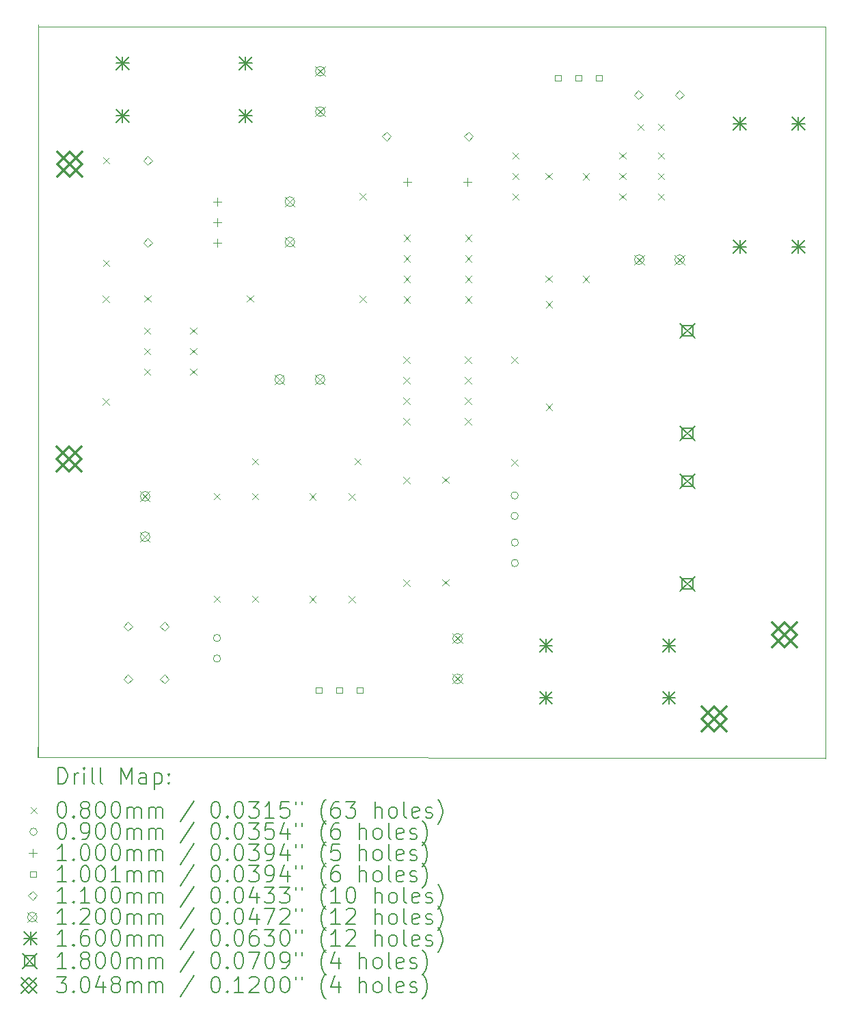
<source format=gbr>
%TF.GenerationSoftware,KiCad,Pcbnew,9.0.6*%
%TF.CreationDate,2025-12-01T13:26:05+09:00*%
%TF.ProjectId,ATTiny85-mppt,41545469-6e79-4383-952d-6d7070742e6b,1.9*%
%TF.SameCoordinates,Original*%
%TF.FileFunction,Drillmap*%
%TF.FilePolarity,Positive*%
%FSLAX45Y45*%
G04 Gerber Fmt 4.5, Leading zero omitted, Abs format (unit mm)*
G04 Created by KiCad (PCBNEW 9.0.6) date 2025-12-01 13:26:05*
%MOMM*%
%LPD*%
G01*
G04 APERTURE LIST*
%ADD10C,0.100000*%
%ADD11C,0.200000*%
%ADD12C,0.100076*%
%ADD13C,0.110000*%
%ADD14C,0.120000*%
%ADD15C,0.160000*%
%ADD16C,0.180000*%
%ADD17C,0.304800*%
G04 APERTURE END LIST*
D10*
X4457700Y-11351768D02*
X4465828Y-11089640D01*
X14217904Y-11360404D02*
X4457700Y-11351768D01*
X4465320Y-11338052D02*
X4465320Y-2279396D01*
X14221968Y-2305812D02*
X14221968Y-11362944D01*
X4478020Y-2305812D02*
X14221968Y-2305812D01*
D11*
D10*
X5263520Y-5638424D02*
X5343520Y-5718424D01*
X5343520Y-5638424D02*
X5263520Y-5718424D01*
X5263520Y-6908424D02*
X5343520Y-6988424D01*
X5343520Y-6908424D02*
X5263520Y-6988424D01*
X5267584Y-3923924D02*
X5347584Y-4003924D01*
X5347584Y-3923924D02*
X5267584Y-4003924D01*
X5267584Y-5193924D02*
X5347584Y-5273924D01*
X5347584Y-5193924D02*
X5267584Y-5273924D01*
X5776600Y-6030600D02*
X5856600Y-6110600D01*
X5856600Y-6030600D02*
X5776600Y-6110600D01*
X5776600Y-6284600D02*
X5856600Y-6364600D01*
X5856600Y-6284600D02*
X5776600Y-6364600D01*
X5776600Y-6538600D02*
X5856600Y-6618600D01*
X5856600Y-6538600D02*
X5776600Y-6618600D01*
X5782696Y-5630804D02*
X5862696Y-5710804D01*
X5862696Y-5630804D02*
X5782696Y-5710804D01*
X6349116Y-6029076D02*
X6429116Y-6109076D01*
X6429116Y-6029076D02*
X6349116Y-6109076D01*
X6349116Y-6283076D02*
X6429116Y-6363076D01*
X6429116Y-6283076D02*
X6349116Y-6363076D01*
X6349116Y-6537076D02*
X6429116Y-6617076D01*
X6429116Y-6537076D02*
X6349116Y-6617076D01*
X6641216Y-8078856D02*
X6721216Y-8158856D01*
X6721216Y-8078856D02*
X6641216Y-8158856D01*
X6641216Y-9348856D02*
X6721216Y-9428856D01*
X6721216Y-9348856D02*
X6641216Y-9428856D01*
X7052696Y-5630804D02*
X7132696Y-5710804D01*
X7132696Y-5630804D02*
X7052696Y-5710804D01*
X7113148Y-7649596D02*
X7193148Y-7729596D01*
X7193148Y-7649596D02*
X7113148Y-7729596D01*
X7113148Y-8078856D02*
X7193148Y-8158856D01*
X7193148Y-8078856D02*
X7113148Y-8158856D01*
X7113148Y-9348856D02*
X7193148Y-9428856D01*
X7193148Y-9348856D02*
X7113148Y-9428856D01*
X7827396Y-8085460D02*
X7907396Y-8165460D01*
X7907396Y-8085460D02*
X7827396Y-8165460D01*
X7827396Y-9355460D02*
X7907396Y-9435460D01*
X7907396Y-9355460D02*
X7827396Y-9435460D01*
X8312028Y-8085460D02*
X8392028Y-8165460D01*
X8392028Y-8085460D02*
X8312028Y-8165460D01*
X8312028Y-9355460D02*
X8392028Y-9435460D01*
X8392028Y-9355460D02*
X8312028Y-9435460D01*
X8383148Y-7649596D02*
X8463148Y-7729596D01*
X8463148Y-7649596D02*
X8383148Y-7729596D01*
X8449188Y-4365884D02*
X8529188Y-4445884D01*
X8529188Y-4365884D02*
X8449188Y-4445884D01*
X8449188Y-5635884D02*
X8529188Y-5715884D01*
X8529188Y-5635884D02*
X8449188Y-5715884D01*
X8989700Y-6389248D02*
X9069700Y-6469248D01*
X9069700Y-6389248D02*
X8989700Y-6469248D01*
X8989700Y-6643248D02*
X9069700Y-6723248D01*
X9069700Y-6643248D02*
X8989700Y-6723248D01*
X8989700Y-6897248D02*
X9069700Y-6977248D01*
X9069700Y-6897248D02*
X8989700Y-6977248D01*
X8989700Y-7151248D02*
X9069700Y-7231248D01*
X9069700Y-7151248D02*
X8989700Y-7231248D01*
X8989700Y-7879720D02*
X9069700Y-7959720D01*
X9069700Y-7879720D02*
X8989700Y-7959720D01*
X8989700Y-9149720D02*
X9069700Y-9229720D01*
X9069700Y-9149720D02*
X8989700Y-9229720D01*
X8995288Y-4884552D02*
X9075288Y-4964552D01*
X9075288Y-4884552D02*
X8995288Y-4964552D01*
X8995288Y-5138552D02*
X9075288Y-5218552D01*
X9075288Y-5138552D02*
X8995288Y-5218552D01*
X8995288Y-5392552D02*
X9075288Y-5472552D01*
X9075288Y-5392552D02*
X8995288Y-5472552D01*
X8995288Y-5646552D02*
X9075288Y-5726552D01*
X9075288Y-5646552D02*
X8995288Y-5726552D01*
X9473824Y-7878196D02*
X9553824Y-7958196D01*
X9553824Y-7878196D02*
X9473824Y-7958196D01*
X9473824Y-9148196D02*
X9553824Y-9228196D01*
X9553824Y-9148196D02*
X9473824Y-9228196D01*
X9751700Y-6389248D02*
X9831700Y-6469248D01*
X9831700Y-6389248D02*
X9751700Y-6469248D01*
X9751700Y-6643248D02*
X9831700Y-6723248D01*
X9831700Y-6643248D02*
X9751700Y-6723248D01*
X9751700Y-6897248D02*
X9831700Y-6977248D01*
X9831700Y-6897248D02*
X9751700Y-6977248D01*
X9751700Y-7151248D02*
X9831700Y-7231248D01*
X9831700Y-7151248D02*
X9751700Y-7231248D01*
X9757288Y-4884552D02*
X9837288Y-4964552D01*
X9837288Y-4884552D02*
X9757288Y-4964552D01*
X9757288Y-5138552D02*
X9837288Y-5218552D01*
X9837288Y-5138552D02*
X9757288Y-5218552D01*
X9757288Y-5392552D02*
X9837288Y-5472552D01*
X9837288Y-5392552D02*
X9757288Y-5472552D01*
X9757288Y-5646552D02*
X9837288Y-5726552D01*
X9837288Y-5646552D02*
X9757288Y-5726552D01*
X10328788Y-6392296D02*
X10408788Y-6472296D01*
X10408788Y-6392296D02*
X10328788Y-6472296D01*
X10328788Y-7662296D02*
X10408788Y-7742296D01*
X10408788Y-7662296D02*
X10328788Y-7742296D01*
X10339964Y-3862964D02*
X10419964Y-3942964D01*
X10419964Y-3862964D02*
X10339964Y-3942964D01*
X10339964Y-4116964D02*
X10419964Y-4196964D01*
X10419964Y-4116964D02*
X10339964Y-4196964D01*
X10339964Y-4370964D02*
X10419964Y-4450964D01*
X10419964Y-4370964D02*
X10339964Y-4450964D01*
X10750936Y-4118996D02*
X10830936Y-4198996D01*
X10830936Y-4118996D02*
X10750936Y-4198996D01*
X10750936Y-5388996D02*
X10830936Y-5468996D01*
X10830936Y-5388996D02*
X10750936Y-5468996D01*
X10755000Y-5703956D02*
X10835000Y-5783956D01*
X10835000Y-5703956D02*
X10755000Y-5783956D01*
X10755000Y-6973956D02*
X10835000Y-7053956D01*
X10835000Y-6973956D02*
X10755000Y-7053956D01*
X11213724Y-4121028D02*
X11293724Y-4201028D01*
X11293724Y-4121028D02*
X11213724Y-4201028D01*
X11213724Y-5391028D02*
X11293724Y-5471028D01*
X11293724Y-5391028D02*
X11213724Y-5471028D01*
X11664320Y-3862456D02*
X11744320Y-3942456D01*
X11744320Y-3862456D02*
X11664320Y-3942456D01*
X11664320Y-4116456D02*
X11744320Y-4196456D01*
X11744320Y-4116456D02*
X11664320Y-4196456D01*
X11664320Y-4370456D02*
X11744320Y-4450456D01*
X11744320Y-4370456D02*
X11664320Y-4450456D01*
X11891904Y-3507364D02*
X11971904Y-3587364D01*
X11971904Y-3507364D02*
X11891904Y-3587364D01*
X12145904Y-3507364D02*
X12225904Y-3587364D01*
X12225904Y-3507364D02*
X12145904Y-3587364D01*
X12145904Y-3862456D02*
X12225904Y-3942456D01*
X12225904Y-3862456D02*
X12145904Y-3942456D01*
X12145904Y-4116456D02*
X12225904Y-4196456D01*
X12225904Y-4116456D02*
X12145904Y-4196456D01*
X12145904Y-4370456D02*
X12225904Y-4450456D01*
X12225904Y-4370456D02*
X12145904Y-4450456D01*
X6726216Y-9873488D02*
G75*
G02*
X6636216Y-9873488I-45000J0D01*
G01*
X6636216Y-9873488D02*
G75*
G02*
X6726216Y-9873488I45000J0D01*
G01*
X6726216Y-10127488D02*
G75*
G02*
X6636216Y-10127488I-45000J0D01*
G01*
X6636216Y-10127488D02*
G75*
G02*
X6726216Y-10127488I45000J0D01*
G01*
X10414296Y-8108696D02*
G75*
G02*
X10324296Y-8108696I-45000J0D01*
G01*
X10324296Y-8108696D02*
G75*
G02*
X10414296Y-8108696I45000J0D01*
G01*
X10414296Y-8362696D02*
G75*
G02*
X10324296Y-8362696I-45000J0D01*
G01*
X10324296Y-8362696D02*
G75*
G02*
X10414296Y-8362696I45000J0D01*
G01*
X10416328Y-8691880D02*
G75*
G02*
X10326328Y-8691880I-45000J0D01*
G01*
X10326328Y-8691880D02*
G75*
G02*
X10416328Y-8691880I45000J0D01*
G01*
X10416328Y-8945880D02*
G75*
G02*
X10326328Y-8945880I-45000J0D01*
G01*
X10326328Y-8945880D02*
G75*
G02*
X10416328Y-8945880I45000J0D01*
G01*
X6686804Y-4423956D02*
X6686804Y-4523956D01*
X6636804Y-4473956D02*
X6736804Y-4473956D01*
X6686804Y-4677956D02*
X6686804Y-4777956D01*
X6636804Y-4727956D02*
X6736804Y-4727956D01*
X6686804Y-4931956D02*
X6686804Y-5031956D01*
X6636804Y-4981956D02*
X6736804Y-4981956D01*
X9037320Y-4179100D02*
X9037320Y-4279100D01*
X8987320Y-4229100D02*
X9087320Y-4229100D01*
X9787320Y-4179100D02*
X9787320Y-4279100D01*
X9737320Y-4229100D02*
X9837320Y-4229100D01*
D12*
X7976946Y-10555047D02*
X7976946Y-10484282D01*
X7906181Y-10484282D01*
X7906181Y-10555047D01*
X7976946Y-10555047D01*
X8230946Y-10555047D02*
X8230946Y-10484282D01*
X8160181Y-10484282D01*
X8160181Y-10555047D01*
X8230946Y-10555047D01*
X8484947Y-10555047D02*
X8484947Y-10484282D01*
X8414182Y-10484282D01*
X8414182Y-10555047D01*
X8484947Y-10555047D01*
X10940111Y-2980258D02*
X10940111Y-2909493D01*
X10869346Y-2909493D01*
X10869346Y-2980258D01*
X10940111Y-2980258D01*
X11194110Y-2980258D02*
X11194110Y-2909493D01*
X11123346Y-2909493D01*
X11123346Y-2980258D01*
X11194110Y-2980258D01*
X11448110Y-2980258D02*
X11448110Y-2909493D01*
X11377345Y-2909493D01*
X11377345Y-2980258D01*
X11448110Y-2980258D01*
D13*
X5579364Y-9786488D02*
X5634364Y-9731488D01*
X5579364Y-9676488D01*
X5524364Y-9731488D01*
X5579364Y-9786488D01*
X5579364Y-10436488D02*
X5634364Y-10381488D01*
X5579364Y-10326488D01*
X5524364Y-10381488D01*
X5579364Y-10436488D01*
X5825236Y-4019940D02*
X5880236Y-3964940D01*
X5825236Y-3909940D01*
X5770236Y-3964940D01*
X5825236Y-4019940D01*
X5825236Y-5035940D02*
X5880236Y-4980940D01*
X5825236Y-4925940D01*
X5770236Y-4980940D01*
X5825236Y-5035940D01*
X6029364Y-9786488D02*
X6084364Y-9731488D01*
X6029364Y-9676488D01*
X5974364Y-9731488D01*
X6029364Y-9786488D01*
X6029364Y-10436488D02*
X6084364Y-10381488D01*
X6029364Y-10326488D01*
X5974364Y-10381488D01*
X6029364Y-10436488D01*
X8784844Y-3719204D02*
X8839844Y-3664204D01*
X8784844Y-3609204D01*
X8729844Y-3664204D01*
X8784844Y-3719204D01*
X9800844Y-3719204D02*
X9855844Y-3664204D01*
X9800844Y-3609204D01*
X9745844Y-3664204D01*
X9800844Y-3719204D01*
X11903964Y-3204600D02*
X11958964Y-3149600D01*
X11903964Y-3094600D01*
X11848964Y-3149600D01*
X11903964Y-3204600D01*
X12411964Y-3204600D02*
X12466964Y-3149600D01*
X12411964Y-3094600D01*
X12356964Y-3149600D01*
X12411964Y-3204600D01*
D14*
X5730692Y-8059872D02*
X5850692Y-8179872D01*
X5850692Y-8059872D02*
X5730692Y-8179872D01*
X5850692Y-8119872D02*
G75*
G02*
X5730692Y-8119872I-60000J0D01*
G01*
X5730692Y-8119872D02*
G75*
G02*
X5850692Y-8119872I60000J0D01*
G01*
X5730692Y-8559872D02*
X5850692Y-8679872D01*
X5850692Y-8559872D02*
X5730692Y-8679872D01*
X5850692Y-8619872D02*
G75*
G02*
X5730692Y-8619872I-60000J0D01*
G01*
X5730692Y-8619872D02*
G75*
G02*
X5850692Y-8619872I60000J0D01*
G01*
X7398328Y-6612580D02*
X7518328Y-6732580D01*
X7518328Y-6612580D02*
X7398328Y-6732580D01*
X7518328Y-6672580D02*
G75*
G02*
X7398328Y-6672580I-60000J0D01*
G01*
X7398328Y-6672580D02*
G75*
G02*
X7518328Y-6672580I60000J0D01*
G01*
X7523932Y-4412940D02*
X7643932Y-4532940D01*
X7643932Y-4412940D02*
X7523932Y-4532940D01*
X7643932Y-4472940D02*
G75*
G02*
X7523932Y-4472940I-60000J0D01*
G01*
X7523932Y-4472940D02*
G75*
G02*
X7643932Y-4472940I60000J0D01*
G01*
X7523932Y-4912940D02*
X7643932Y-5032940D01*
X7643932Y-4912940D02*
X7523932Y-5032940D01*
X7643932Y-4972940D02*
G75*
G02*
X7523932Y-4972940I-60000J0D01*
G01*
X7523932Y-4972940D02*
G75*
G02*
X7643932Y-4972940I60000J0D01*
G01*
X7898328Y-6612580D02*
X8018328Y-6732580D01*
X8018328Y-6612580D02*
X7898328Y-6732580D01*
X8018328Y-6672580D02*
G75*
G02*
X7898328Y-6672580I-60000J0D01*
G01*
X7898328Y-6672580D02*
G75*
G02*
X8018328Y-6672580I60000J0D01*
G01*
X7900360Y-2798516D02*
X8020360Y-2918516D01*
X8020360Y-2798516D02*
X7900360Y-2918516D01*
X8020360Y-2858516D02*
G75*
G02*
X7900360Y-2858516I-60000J0D01*
G01*
X7900360Y-2858516D02*
G75*
G02*
X8020360Y-2858516I60000J0D01*
G01*
X7900360Y-3298516D02*
X8020360Y-3418516D01*
X8020360Y-3298516D02*
X7900360Y-3418516D01*
X8020360Y-3358516D02*
G75*
G02*
X7900360Y-3358516I-60000J0D01*
G01*
X7900360Y-3358516D02*
G75*
G02*
X8020360Y-3358516I60000J0D01*
G01*
X9601144Y-9819076D02*
X9721144Y-9939076D01*
X9721144Y-9819076D02*
X9601144Y-9939076D01*
X9721144Y-9879076D02*
G75*
G02*
X9601144Y-9879076I-60000J0D01*
G01*
X9601144Y-9879076D02*
G75*
G02*
X9721144Y-9879076I60000J0D01*
G01*
X9601144Y-10319076D02*
X9721144Y-10439076D01*
X9721144Y-10319076D02*
X9601144Y-10439076D01*
X9721144Y-10379076D02*
G75*
G02*
X9601144Y-10379076I-60000J0D01*
G01*
X9601144Y-10379076D02*
G75*
G02*
X9721144Y-10379076I60000J0D01*
G01*
X11853108Y-5131252D02*
X11973108Y-5251252D01*
X11973108Y-5131252D02*
X11853108Y-5251252D01*
X11973108Y-5191252D02*
G75*
G02*
X11853108Y-5191252I-60000J0D01*
G01*
X11853108Y-5191252D02*
G75*
G02*
X11973108Y-5191252I60000J0D01*
G01*
X12353108Y-5131252D02*
X12473108Y-5251252D01*
X12473108Y-5131252D02*
X12353108Y-5251252D01*
X12473108Y-5191252D02*
G75*
G02*
X12353108Y-5191252I-60000J0D01*
G01*
X12353108Y-5191252D02*
G75*
G02*
X12473108Y-5191252I60000J0D01*
G01*
D15*
X5429768Y-2678440D02*
X5589768Y-2838440D01*
X5589768Y-2678440D02*
X5429768Y-2838440D01*
X5509768Y-2678440D02*
X5509768Y-2838440D01*
X5429768Y-2758440D02*
X5589768Y-2758440D01*
X5429768Y-3331728D02*
X5589768Y-3491728D01*
X5589768Y-3331728D02*
X5429768Y-3491728D01*
X5509768Y-3331728D02*
X5509768Y-3491728D01*
X5429768Y-3411728D02*
X5589768Y-3411728D01*
X6953768Y-2678440D02*
X7113768Y-2838440D01*
X7113768Y-2678440D02*
X6953768Y-2838440D01*
X7033768Y-2678440D02*
X7033768Y-2838440D01*
X6953768Y-2758440D02*
X7113768Y-2758440D01*
X6953768Y-3331728D02*
X7113768Y-3491728D01*
X7113768Y-3331728D02*
X6953768Y-3491728D01*
X7033768Y-3331728D02*
X7033768Y-3491728D01*
X6953768Y-3411728D02*
X7113768Y-3411728D01*
X10677916Y-9887468D02*
X10837916Y-10047468D01*
X10837916Y-9887468D02*
X10677916Y-10047468D01*
X10757916Y-9887468D02*
X10757916Y-10047468D01*
X10677916Y-9967468D02*
X10837916Y-9967468D01*
X10677916Y-10533136D02*
X10837916Y-10693136D01*
X10837916Y-10533136D02*
X10677916Y-10693136D01*
X10757916Y-10533136D02*
X10757916Y-10693136D01*
X10677916Y-10613136D02*
X10837916Y-10613136D01*
X12201916Y-9887468D02*
X12361916Y-10047468D01*
X12361916Y-9887468D02*
X12201916Y-10047468D01*
X12281916Y-9887468D02*
X12281916Y-10047468D01*
X12201916Y-9967468D02*
X12361916Y-9967468D01*
X12201916Y-10533136D02*
X12361916Y-10693136D01*
X12361916Y-10533136D02*
X12201916Y-10693136D01*
X12281916Y-10533136D02*
X12281916Y-10693136D01*
X12201916Y-10613136D02*
X12361916Y-10613136D01*
X13081264Y-3427740D02*
X13241264Y-3587740D01*
X13241264Y-3427740D02*
X13081264Y-3587740D01*
X13161264Y-3427740D02*
X13161264Y-3587740D01*
X13081264Y-3507740D02*
X13241264Y-3507740D01*
X13081264Y-4951740D02*
X13241264Y-5111740D01*
X13241264Y-4951740D02*
X13081264Y-5111740D01*
X13161264Y-4951740D02*
X13161264Y-5111740D01*
X13081264Y-5031740D02*
X13241264Y-5031740D01*
X13803132Y-3427740D02*
X13963132Y-3587740D01*
X13963132Y-3427740D02*
X13803132Y-3587740D01*
X13883132Y-3427740D02*
X13883132Y-3587740D01*
X13803132Y-3507740D02*
X13963132Y-3507740D01*
X13803132Y-4951740D02*
X13963132Y-5111740D01*
X13963132Y-4951740D02*
X13803132Y-5111740D01*
X13883132Y-4951740D02*
X13883132Y-5111740D01*
X13803132Y-5031740D02*
X13963132Y-5031740D01*
D16*
X12420516Y-5978568D02*
X12600516Y-6158568D01*
X12600516Y-5978568D02*
X12420516Y-6158568D01*
X12574156Y-6132208D02*
X12574156Y-6004928D01*
X12446876Y-6004928D01*
X12446876Y-6132208D01*
X12574156Y-6132208D01*
X12420516Y-7248568D02*
X12600516Y-7428568D01*
X12600516Y-7248568D02*
X12420516Y-7428568D01*
X12574156Y-7402208D02*
X12574156Y-7274928D01*
X12446876Y-7274928D01*
X12446876Y-7402208D01*
X12574156Y-7402208D01*
X12420516Y-7841404D02*
X12600516Y-8021404D01*
X12600516Y-7841404D02*
X12420516Y-8021404D01*
X12574156Y-7995044D02*
X12574156Y-7867764D01*
X12446876Y-7867764D01*
X12446876Y-7995044D01*
X12574156Y-7995044D01*
X12420516Y-9111404D02*
X12600516Y-9291404D01*
X12600516Y-9111404D02*
X12420516Y-9291404D01*
X12574156Y-9265044D02*
X12574156Y-9137764D01*
X12446876Y-9137764D01*
X12446876Y-9265044D01*
X12574156Y-9265044D01*
D17*
X4698492Y-7509764D02*
X5003292Y-7814564D01*
X5003292Y-7509764D02*
X4698492Y-7814564D01*
X4850892Y-7814564D02*
X5003292Y-7662164D01*
X4850892Y-7509764D01*
X4698492Y-7662164D01*
X4850892Y-7814564D01*
X4701540Y-3857752D02*
X5006340Y-4162552D01*
X5006340Y-3857752D02*
X4701540Y-4162552D01*
X4853940Y-4162552D02*
X5006340Y-4010152D01*
X4853940Y-3857752D01*
X4701540Y-4010152D01*
X4853940Y-4162552D01*
X12684252Y-10726420D02*
X12989052Y-11031220D01*
X12989052Y-10726420D02*
X12684252Y-11031220D01*
X12836652Y-11031220D02*
X12989052Y-10878820D01*
X12836652Y-10726420D01*
X12684252Y-10878820D01*
X12836652Y-11031220D01*
X13563092Y-9680956D02*
X13867892Y-9985756D01*
X13867892Y-9680956D02*
X13563092Y-9985756D01*
X13715492Y-9985756D02*
X13867892Y-9833356D01*
X13715492Y-9680956D01*
X13563092Y-9833356D01*
X13715492Y-9985756D01*
D11*
X4713477Y-11679428D02*
X4713477Y-11479428D01*
X4713477Y-11479428D02*
X4761096Y-11479428D01*
X4761096Y-11479428D02*
X4789667Y-11488952D01*
X4789667Y-11488952D02*
X4808715Y-11507999D01*
X4808715Y-11507999D02*
X4818239Y-11527047D01*
X4818239Y-11527047D02*
X4827763Y-11565142D01*
X4827763Y-11565142D02*
X4827763Y-11593713D01*
X4827763Y-11593713D02*
X4818239Y-11631809D01*
X4818239Y-11631809D02*
X4808715Y-11650856D01*
X4808715Y-11650856D02*
X4789667Y-11669904D01*
X4789667Y-11669904D02*
X4761096Y-11679428D01*
X4761096Y-11679428D02*
X4713477Y-11679428D01*
X4913477Y-11679428D02*
X4913477Y-11546094D01*
X4913477Y-11584190D02*
X4923001Y-11565142D01*
X4923001Y-11565142D02*
X4932524Y-11555618D01*
X4932524Y-11555618D02*
X4951572Y-11546094D01*
X4951572Y-11546094D02*
X4970620Y-11546094D01*
X5037286Y-11679428D02*
X5037286Y-11546094D01*
X5037286Y-11479428D02*
X5027763Y-11488952D01*
X5027763Y-11488952D02*
X5037286Y-11498475D01*
X5037286Y-11498475D02*
X5046810Y-11488952D01*
X5046810Y-11488952D02*
X5037286Y-11479428D01*
X5037286Y-11479428D02*
X5037286Y-11498475D01*
X5161096Y-11679428D02*
X5142048Y-11669904D01*
X5142048Y-11669904D02*
X5132524Y-11650856D01*
X5132524Y-11650856D02*
X5132524Y-11479428D01*
X5265858Y-11679428D02*
X5246810Y-11669904D01*
X5246810Y-11669904D02*
X5237286Y-11650856D01*
X5237286Y-11650856D02*
X5237286Y-11479428D01*
X5494429Y-11679428D02*
X5494429Y-11479428D01*
X5494429Y-11479428D02*
X5561096Y-11622285D01*
X5561096Y-11622285D02*
X5627762Y-11479428D01*
X5627762Y-11479428D02*
X5627762Y-11679428D01*
X5808715Y-11679428D02*
X5808715Y-11574666D01*
X5808715Y-11574666D02*
X5799191Y-11555618D01*
X5799191Y-11555618D02*
X5780143Y-11546094D01*
X5780143Y-11546094D02*
X5742048Y-11546094D01*
X5742048Y-11546094D02*
X5723001Y-11555618D01*
X5808715Y-11669904D02*
X5789667Y-11679428D01*
X5789667Y-11679428D02*
X5742048Y-11679428D01*
X5742048Y-11679428D02*
X5723001Y-11669904D01*
X5723001Y-11669904D02*
X5713477Y-11650856D01*
X5713477Y-11650856D02*
X5713477Y-11631809D01*
X5713477Y-11631809D02*
X5723001Y-11612761D01*
X5723001Y-11612761D02*
X5742048Y-11603237D01*
X5742048Y-11603237D02*
X5789667Y-11603237D01*
X5789667Y-11603237D02*
X5808715Y-11593713D01*
X5903953Y-11546094D02*
X5903953Y-11746094D01*
X5903953Y-11555618D02*
X5923001Y-11546094D01*
X5923001Y-11546094D02*
X5961096Y-11546094D01*
X5961096Y-11546094D02*
X5980143Y-11555618D01*
X5980143Y-11555618D02*
X5989667Y-11565142D01*
X5989667Y-11565142D02*
X5999191Y-11584190D01*
X5999191Y-11584190D02*
X5999191Y-11641332D01*
X5999191Y-11641332D02*
X5989667Y-11660380D01*
X5989667Y-11660380D02*
X5980143Y-11669904D01*
X5980143Y-11669904D02*
X5961096Y-11679428D01*
X5961096Y-11679428D02*
X5923001Y-11679428D01*
X5923001Y-11679428D02*
X5903953Y-11669904D01*
X6084905Y-11660380D02*
X6094429Y-11669904D01*
X6094429Y-11669904D02*
X6084905Y-11679428D01*
X6084905Y-11679428D02*
X6075382Y-11669904D01*
X6075382Y-11669904D02*
X6084905Y-11660380D01*
X6084905Y-11660380D02*
X6084905Y-11679428D01*
X6084905Y-11555618D02*
X6094429Y-11565142D01*
X6094429Y-11565142D02*
X6084905Y-11574666D01*
X6084905Y-11574666D02*
X6075382Y-11565142D01*
X6075382Y-11565142D02*
X6084905Y-11555618D01*
X6084905Y-11555618D02*
X6084905Y-11574666D01*
D10*
X4372700Y-11967944D02*
X4452700Y-12047944D01*
X4452700Y-11967944D02*
X4372700Y-12047944D01*
D11*
X4751572Y-11899428D02*
X4770620Y-11899428D01*
X4770620Y-11899428D02*
X4789667Y-11908952D01*
X4789667Y-11908952D02*
X4799191Y-11918475D01*
X4799191Y-11918475D02*
X4808715Y-11937523D01*
X4808715Y-11937523D02*
X4818239Y-11975618D01*
X4818239Y-11975618D02*
X4818239Y-12023237D01*
X4818239Y-12023237D02*
X4808715Y-12061332D01*
X4808715Y-12061332D02*
X4799191Y-12080380D01*
X4799191Y-12080380D02*
X4789667Y-12089904D01*
X4789667Y-12089904D02*
X4770620Y-12099428D01*
X4770620Y-12099428D02*
X4751572Y-12099428D01*
X4751572Y-12099428D02*
X4732524Y-12089904D01*
X4732524Y-12089904D02*
X4723001Y-12080380D01*
X4723001Y-12080380D02*
X4713477Y-12061332D01*
X4713477Y-12061332D02*
X4703953Y-12023237D01*
X4703953Y-12023237D02*
X4703953Y-11975618D01*
X4703953Y-11975618D02*
X4713477Y-11937523D01*
X4713477Y-11937523D02*
X4723001Y-11918475D01*
X4723001Y-11918475D02*
X4732524Y-11908952D01*
X4732524Y-11908952D02*
X4751572Y-11899428D01*
X4903953Y-12080380D02*
X4913477Y-12089904D01*
X4913477Y-12089904D02*
X4903953Y-12099428D01*
X4903953Y-12099428D02*
X4894429Y-12089904D01*
X4894429Y-12089904D02*
X4903953Y-12080380D01*
X4903953Y-12080380D02*
X4903953Y-12099428D01*
X5027763Y-11985142D02*
X5008715Y-11975618D01*
X5008715Y-11975618D02*
X4999191Y-11966094D01*
X4999191Y-11966094D02*
X4989667Y-11947047D01*
X4989667Y-11947047D02*
X4989667Y-11937523D01*
X4989667Y-11937523D02*
X4999191Y-11918475D01*
X4999191Y-11918475D02*
X5008715Y-11908952D01*
X5008715Y-11908952D02*
X5027763Y-11899428D01*
X5027763Y-11899428D02*
X5065858Y-11899428D01*
X5065858Y-11899428D02*
X5084905Y-11908952D01*
X5084905Y-11908952D02*
X5094429Y-11918475D01*
X5094429Y-11918475D02*
X5103953Y-11937523D01*
X5103953Y-11937523D02*
X5103953Y-11947047D01*
X5103953Y-11947047D02*
X5094429Y-11966094D01*
X5094429Y-11966094D02*
X5084905Y-11975618D01*
X5084905Y-11975618D02*
X5065858Y-11985142D01*
X5065858Y-11985142D02*
X5027763Y-11985142D01*
X5027763Y-11985142D02*
X5008715Y-11994666D01*
X5008715Y-11994666D02*
X4999191Y-12004190D01*
X4999191Y-12004190D02*
X4989667Y-12023237D01*
X4989667Y-12023237D02*
X4989667Y-12061332D01*
X4989667Y-12061332D02*
X4999191Y-12080380D01*
X4999191Y-12080380D02*
X5008715Y-12089904D01*
X5008715Y-12089904D02*
X5027763Y-12099428D01*
X5027763Y-12099428D02*
X5065858Y-12099428D01*
X5065858Y-12099428D02*
X5084905Y-12089904D01*
X5084905Y-12089904D02*
X5094429Y-12080380D01*
X5094429Y-12080380D02*
X5103953Y-12061332D01*
X5103953Y-12061332D02*
X5103953Y-12023237D01*
X5103953Y-12023237D02*
X5094429Y-12004190D01*
X5094429Y-12004190D02*
X5084905Y-11994666D01*
X5084905Y-11994666D02*
X5065858Y-11985142D01*
X5227763Y-11899428D02*
X5246810Y-11899428D01*
X5246810Y-11899428D02*
X5265858Y-11908952D01*
X5265858Y-11908952D02*
X5275382Y-11918475D01*
X5275382Y-11918475D02*
X5284905Y-11937523D01*
X5284905Y-11937523D02*
X5294429Y-11975618D01*
X5294429Y-11975618D02*
X5294429Y-12023237D01*
X5294429Y-12023237D02*
X5284905Y-12061332D01*
X5284905Y-12061332D02*
X5275382Y-12080380D01*
X5275382Y-12080380D02*
X5265858Y-12089904D01*
X5265858Y-12089904D02*
X5246810Y-12099428D01*
X5246810Y-12099428D02*
X5227763Y-12099428D01*
X5227763Y-12099428D02*
X5208715Y-12089904D01*
X5208715Y-12089904D02*
X5199191Y-12080380D01*
X5199191Y-12080380D02*
X5189667Y-12061332D01*
X5189667Y-12061332D02*
X5180144Y-12023237D01*
X5180144Y-12023237D02*
X5180144Y-11975618D01*
X5180144Y-11975618D02*
X5189667Y-11937523D01*
X5189667Y-11937523D02*
X5199191Y-11918475D01*
X5199191Y-11918475D02*
X5208715Y-11908952D01*
X5208715Y-11908952D02*
X5227763Y-11899428D01*
X5418239Y-11899428D02*
X5437286Y-11899428D01*
X5437286Y-11899428D02*
X5456334Y-11908952D01*
X5456334Y-11908952D02*
X5465858Y-11918475D01*
X5465858Y-11918475D02*
X5475382Y-11937523D01*
X5475382Y-11937523D02*
X5484905Y-11975618D01*
X5484905Y-11975618D02*
X5484905Y-12023237D01*
X5484905Y-12023237D02*
X5475382Y-12061332D01*
X5475382Y-12061332D02*
X5465858Y-12080380D01*
X5465858Y-12080380D02*
X5456334Y-12089904D01*
X5456334Y-12089904D02*
X5437286Y-12099428D01*
X5437286Y-12099428D02*
X5418239Y-12099428D01*
X5418239Y-12099428D02*
X5399191Y-12089904D01*
X5399191Y-12089904D02*
X5389667Y-12080380D01*
X5389667Y-12080380D02*
X5380144Y-12061332D01*
X5380144Y-12061332D02*
X5370620Y-12023237D01*
X5370620Y-12023237D02*
X5370620Y-11975618D01*
X5370620Y-11975618D02*
X5380144Y-11937523D01*
X5380144Y-11937523D02*
X5389667Y-11918475D01*
X5389667Y-11918475D02*
X5399191Y-11908952D01*
X5399191Y-11908952D02*
X5418239Y-11899428D01*
X5570620Y-12099428D02*
X5570620Y-11966094D01*
X5570620Y-11985142D02*
X5580144Y-11975618D01*
X5580144Y-11975618D02*
X5599191Y-11966094D01*
X5599191Y-11966094D02*
X5627763Y-11966094D01*
X5627763Y-11966094D02*
X5646810Y-11975618D01*
X5646810Y-11975618D02*
X5656334Y-11994666D01*
X5656334Y-11994666D02*
X5656334Y-12099428D01*
X5656334Y-11994666D02*
X5665858Y-11975618D01*
X5665858Y-11975618D02*
X5684905Y-11966094D01*
X5684905Y-11966094D02*
X5713477Y-11966094D01*
X5713477Y-11966094D02*
X5732524Y-11975618D01*
X5732524Y-11975618D02*
X5742048Y-11994666D01*
X5742048Y-11994666D02*
X5742048Y-12099428D01*
X5837286Y-12099428D02*
X5837286Y-11966094D01*
X5837286Y-11985142D02*
X5846810Y-11975618D01*
X5846810Y-11975618D02*
X5865858Y-11966094D01*
X5865858Y-11966094D02*
X5894429Y-11966094D01*
X5894429Y-11966094D02*
X5913477Y-11975618D01*
X5913477Y-11975618D02*
X5923001Y-11994666D01*
X5923001Y-11994666D02*
X5923001Y-12099428D01*
X5923001Y-11994666D02*
X5932524Y-11975618D01*
X5932524Y-11975618D02*
X5951572Y-11966094D01*
X5951572Y-11966094D02*
X5980143Y-11966094D01*
X5980143Y-11966094D02*
X5999191Y-11975618D01*
X5999191Y-11975618D02*
X6008715Y-11994666D01*
X6008715Y-11994666D02*
X6008715Y-12099428D01*
X6399191Y-11889904D02*
X6227763Y-12147047D01*
X6656334Y-11899428D02*
X6675382Y-11899428D01*
X6675382Y-11899428D02*
X6694429Y-11908952D01*
X6694429Y-11908952D02*
X6703953Y-11918475D01*
X6703953Y-11918475D02*
X6713477Y-11937523D01*
X6713477Y-11937523D02*
X6723001Y-11975618D01*
X6723001Y-11975618D02*
X6723001Y-12023237D01*
X6723001Y-12023237D02*
X6713477Y-12061332D01*
X6713477Y-12061332D02*
X6703953Y-12080380D01*
X6703953Y-12080380D02*
X6694429Y-12089904D01*
X6694429Y-12089904D02*
X6675382Y-12099428D01*
X6675382Y-12099428D02*
X6656334Y-12099428D01*
X6656334Y-12099428D02*
X6637286Y-12089904D01*
X6637286Y-12089904D02*
X6627763Y-12080380D01*
X6627763Y-12080380D02*
X6618239Y-12061332D01*
X6618239Y-12061332D02*
X6608715Y-12023237D01*
X6608715Y-12023237D02*
X6608715Y-11975618D01*
X6608715Y-11975618D02*
X6618239Y-11937523D01*
X6618239Y-11937523D02*
X6627763Y-11918475D01*
X6627763Y-11918475D02*
X6637286Y-11908952D01*
X6637286Y-11908952D02*
X6656334Y-11899428D01*
X6808715Y-12080380D02*
X6818239Y-12089904D01*
X6818239Y-12089904D02*
X6808715Y-12099428D01*
X6808715Y-12099428D02*
X6799191Y-12089904D01*
X6799191Y-12089904D02*
X6808715Y-12080380D01*
X6808715Y-12080380D02*
X6808715Y-12099428D01*
X6942048Y-11899428D02*
X6961096Y-11899428D01*
X6961096Y-11899428D02*
X6980144Y-11908952D01*
X6980144Y-11908952D02*
X6989667Y-11918475D01*
X6989667Y-11918475D02*
X6999191Y-11937523D01*
X6999191Y-11937523D02*
X7008715Y-11975618D01*
X7008715Y-11975618D02*
X7008715Y-12023237D01*
X7008715Y-12023237D02*
X6999191Y-12061332D01*
X6999191Y-12061332D02*
X6989667Y-12080380D01*
X6989667Y-12080380D02*
X6980144Y-12089904D01*
X6980144Y-12089904D02*
X6961096Y-12099428D01*
X6961096Y-12099428D02*
X6942048Y-12099428D01*
X6942048Y-12099428D02*
X6923001Y-12089904D01*
X6923001Y-12089904D02*
X6913477Y-12080380D01*
X6913477Y-12080380D02*
X6903953Y-12061332D01*
X6903953Y-12061332D02*
X6894429Y-12023237D01*
X6894429Y-12023237D02*
X6894429Y-11975618D01*
X6894429Y-11975618D02*
X6903953Y-11937523D01*
X6903953Y-11937523D02*
X6913477Y-11918475D01*
X6913477Y-11918475D02*
X6923001Y-11908952D01*
X6923001Y-11908952D02*
X6942048Y-11899428D01*
X7075382Y-11899428D02*
X7199191Y-11899428D01*
X7199191Y-11899428D02*
X7132525Y-11975618D01*
X7132525Y-11975618D02*
X7161096Y-11975618D01*
X7161096Y-11975618D02*
X7180144Y-11985142D01*
X7180144Y-11985142D02*
X7189667Y-11994666D01*
X7189667Y-11994666D02*
X7199191Y-12013713D01*
X7199191Y-12013713D02*
X7199191Y-12061332D01*
X7199191Y-12061332D02*
X7189667Y-12080380D01*
X7189667Y-12080380D02*
X7180144Y-12089904D01*
X7180144Y-12089904D02*
X7161096Y-12099428D01*
X7161096Y-12099428D02*
X7103953Y-12099428D01*
X7103953Y-12099428D02*
X7084906Y-12089904D01*
X7084906Y-12089904D02*
X7075382Y-12080380D01*
X7389667Y-12099428D02*
X7275382Y-12099428D01*
X7332525Y-12099428D02*
X7332525Y-11899428D01*
X7332525Y-11899428D02*
X7313477Y-11927999D01*
X7313477Y-11927999D02*
X7294429Y-11947047D01*
X7294429Y-11947047D02*
X7275382Y-11956571D01*
X7570620Y-11899428D02*
X7475382Y-11899428D01*
X7475382Y-11899428D02*
X7465858Y-11994666D01*
X7465858Y-11994666D02*
X7475382Y-11985142D01*
X7475382Y-11985142D02*
X7494429Y-11975618D01*
X7494429Y-11975618D02*
X7542048Y-11975618D01*
X7542048Y-11975618D02*
X7561096Y-11985142D01*
X7561096Y-11985142D02*
X7570620Y-11994666D01*
X7570620Y-11994666D02*
X7580144Y-12013713D01*
X7580144Y-12013713D02*
X7580144Y-12061332D01*
X7580144Y-12061332D02*
X7570620Y-12080380D01*
X7570620Y-12080380D02*
X7561096Y-12089904D01*
X7561096Y-12089904D02*
X7542048Y-12099428D01*
X7542048Y-12099428D02*
X7494429Y-12099428D01*
X7494429Y-12099428D02*
X7475382Y-12089904D01*
X7475382Y-12089904D02*
X7465858Y-12080380D01*
X7656334Y-11899428D02*
X7656334Y-11937523D01*
X7732525Y-11899428D02*
X7732525Y-11937523D01*
X8027763Y-12175618D02*
X8018239Y-12166094D01*
X8018239Y-12166094D02*
X7999191Y-12137523D01*
X7999191Y-12137523D02*
X7989668Y-12118475D01*
X7989668Y-12118475D02*
X7980144Y-12089904D01*
X7980144Y-12089904D02*
X7970620Y-12042285D01*
X7970620Y-12042285D02*
X7970620Y-12004190D01*
X7970620Y-12004190D02*
X7980144Y-11956571D01*
X7980144Y-11956571D02*
X7989668Y-11927999D01*
X7989668Y-11927999D02*
X7999191Y-11908952D01*
X7999191Y-11908952D02*
X8018239Y-11880380D01*
X8018239Y-11880380D02*
X8027763Y-11870856D01*
X8189668Y-11899428D02*
X8151572Y-11899428D01*
X8151572Y-11899428D02*
X8132525Y-11908952D01*
X8132525Y-11908952D02*
X8123001Y-11918475D01*
X8123001Y-11918475D02*
X8103953Y-11947047D01*
X8103953Y-11947047D02*
X8094429Y-11985142D01*
X8094429Y-11985142D02*
X8094429Y-12061332D01*
X8094429Y-12061332D02*
X8103953Y-12080380D01*
X8103953Y-12080380D02*
X8113477Y-12089904D01*
X8113477Y-12089904D02*
X8132525Y-12099428D01*
X8132525Y-12099428D02*
X8170620Y-12099428D01*
X8170620Y-12099428D02*
X8189668Y-12089904D01*
X8189668Y-12089904D02*
X8199191Y-12080380D01*
X8199191Y-12080380D02*
X8208715Y-12061332D01*
X8208715Y-12061332D02*
X8208715Y-12013713D01*
X8208715Y-12013713D02*
X8199191Y-11994666D01*
X8199191Y-11994666D02*
X8189668Y-11985142D01*
X8189668Y-11985142D02*
X8170620Y-11975618D01*
X8170620Y-11975618D02*
X8132525Y-11975618D01*
X8132525Y-11975618D02*
X8113477Y-11985142D01*
X8113477Y-11985142D02*
X8103953Y-11994666D01*
X8103953Y-11994666D02*
X8094429Y-12013713D01*
X8275382Y-11899428D02*
X8399191Y-11899428D01*
X8399191Y-11899428D02*
X8332525Y-11975618D01*
X8332525Y-11975618D02*
X8361096Y-11975618D01*
X8361096Y-11975618D02*
X8380144Y-11985142D01*
X8380144Y-11985142D02*
X8389668Y-11994666D01*
X8389668Y-11994666D02*
X8399191Y-12013713D01*
X8399191Y-12013713D02*
X8399191Y-12061332D01*
X8399191Y-12061332D02*
X8389668Y-12080380D01*
X8389668Y-12080380D02*
X8380144Y-12089904D01*
X8380144Y-12089904D02*
X8361096Y-12099428D01*
X8361096Y-12099428D02*
X8303953Y-12099428D01*
X8303953Y-12099428D02*
X8284906Y-12089904D01*
X8284906Y-12089904D02*
X8275382Y-12080380D01*
X8637287Y-12099428D02*
X8637287Y-11899428D01*
X8723001Y-12099428D02*
X8723001Y-11994666D01*
X8723001Y-11994666D02*
X8713477Y-11975618D01*
X8713477Y-11975618D02*
X8694430Y-11966094D01*
X8694430Y-11966094D02*
X8665858Y-11966094D01*
X8665858Y-11966094D02*
X8646811Y-11975618D01*
X8646811Y-11975618D02*
X8637287Y-11985142D01*
X8846811Y-12099428D02*
X8827763Y-12089904D01*
X8827763Y-12089904D02*
X8818239Y-12080380D01*
X8818239Y-12080380D02*
X8808715Y-12061332D01*
X8808715Y-12061332D02*
X8808715Y-12004190D01*
X8808715Y-12004190D02*
X8818239Y-11985142D01*
X8818239Y-11985142D02*
X8827763Y-11975618D01*
X8827763Y-11975618D02*
X8846811Y-11966094D01*
X8846811Y-11966094D02*
X8875382Y-11966094D01*
X8875382Y-11966094D02*
X8894430Y-11975618D01*
X8894430Y-11975618D02*
X8903953Y-11985142D01*
X8903953Y-11985142D02*
X8913477Y-12004190D01*
X8913477Y-12004190D02*
X8913477Y-12061332D01*
X8913477Y-12061332D02*
X8903953Y-12080380D01*
X8903953Y-12080380D02*
X8894430Y-12089904D01*
X8894430Y-12089904D02*
X8875382Y-12099428D01*
X8875382Y-12099428D02*
X8846811Y-12099428D01*
X9027763Y-12099428D02*
X9008715Y-12089904D01*
X9008715Y-12089904D02*
X8999192Y-12070856D01*
X8999192Y-12070856D02*
X8999192Y-11899428D01*
X9180144Y-12089904D02*
X9161096Y-12099428D01*
X9161096Y-12099428D02*
X9123001Y-12099428D01*
X9123001Y-12099428D02*
X9103953Y-12089904D01*
X9103953Y-12089904D02*
X9094430Y-12070856D01*
X9094430Y-12070856D02*
X9094430Y-11994666D01*
X9094430Y-11994666D02*
X9103953Y-11975618D01*
X9103953Y-11975618D02*
X9123001Y-11966094D01*
X9123001Y-11966094D02*
X9161096Y-11966094D01*
X9161096Y-11966094D02*
X9180144Y-11975618D01*
X9180144Y-11975618D02*
X9189668Y-11994666D01*
X9189668Y-11994666D02*
X9189668Y-12013713D01*
X9189668Y-12013713D02*
X9094430Y-12032761D01*
X9265858Y-12089904D02*
X9284906Y-12099428D01*
X9284906Y-12099428D02*
X9323001Y-12099428D01*
X9323001Y-12099428D02*
X9342049Y-12089904D01*
X9342049Y-12089904D02*
X9351573Y-12070856D01*
X9351573Y-12070856D02*
X9351573Y-12061332D01*
X9351573Y-12061332D02*
X9342049Y-12042285D01*
X9342049Y-12042285D02*
X9323001Y-12032761D01*
X9323001Y-12032761D02*
X9294430Y-12032761D01*
X9294430Y-12032761D02*
X9275382Y-12023237D01*
X9275382Y-12023237D02*
X9265858Y-12004190D01*
X9265858Y-12004190D02*
X9265858Y-11994666D01*
X9265858Y-11994666D02*
X9275382Y-11975618D01*
X9275382Y-11975618D02*
X9294430Y-11966094D01*
X9294430Y-11966094D02*
X9323001Y-11966094D01*
X9323001Y-11966094D02*
X9342049Y-11975618D01*
X9418239Y-12175618D02*
X9427763Y-12166094D01*
X9427763Y-12166094D02*
X9446811Y-12137523D01*
X9446811Y-12137523D02*
X9456334Y-12118475D01*
X9456334Y-12118475D02*
X9465858Y-12089904D01*
X9465858Y-12089904D02*
X9475382Y-12042285D01*
X9475382Y-12042285D02*
X9475382Y-12004190D01*
X9475382Y-12004190D02*
X9465858Y-11956571D01*
X9465858Y-11956571D02*
X9456334Y-11927999D01*
X9456334Y-11927999D02*
X9446811Y-11908952D01*
X9446811Y-11908952D02*
X9427763Y-11880380D01*
X9427763Y-11880380D02*
X9418239Y-11870856D01*
D10*
X4452700Y-12271944D02*
G75*
G02*
X4362700Y-12271944I-45000J0D01*
G01*
X4362700Y-12271944D02*
G75*
G02*
X4452700Y-12271944I45000J0D01*
G01*
D11*
X4751572Y-12163428D02*
X4770620Y-12163428D01*
X4770620Y-12163428D02*
X4789667Y-12172952D01*
X4789667Y-12172952D02*
X4799191Y-12182475D01*
X4799191Y-12182475D02*
X4808715Y-12201523D01*
X4808715Y-12201523D02*
X4818239Y-12239618D01*
X4818239Y-12239618D02*
X4818239Y-12287237D01*
X4818239Y-12287237D02*
X4808715Y-12325332D01*
X4808715Y-12325332D02*
X4799191Y-12344380D01*
X4799191Y-12344380D02*
X4789667Y-12353904D01*
X4789667Y-12353904D02*
X4770620Y-12363428D01*
X4770620Y-12363428D02*
X4751572Y-12363428D01*
X4751572Y-12363428D02*
X4732524Y-12353904D01*
X4732524Y-12353904D02*
X4723001Y-12344380D01*
X4723001Y-12344380D02*
X4713477Y-12325332D01*
X4713477Y-12325332D02*
X4703953Y-12287237D01*
X4703953Y-12287237D02*
X4703953Y-12239618D01*
X4703953Y-12239618D02*
X4713477Y-12201523D01*
X4713477Y-12201523D02*
X4723001Y-12182475D01*
X4723001Y-12182475D02*
X4732524Y-12172952D01*
X4732524Y-12172952D02*
X4751572Y-12163428D01*
X4903953Y-12344380D02*
X4913477Y-12353904D01*
X4913477Y-12353904D02*
X4903953Y-12363428D01*
X4903953Y-12363428D02*
X4894429Y-12353904D01*
X4894429Y-12353904D02*
X4903953Y-12344380D01*
X4903953Y-12344380D02*
X4903953Y-12363428D01*
X5008715Y-12363428D02*
X5046810Y-12363428D01*
X5046810Y-12363428D02*
X5065858Y-12353904D01*
X5065858Y-12353904D02*
X5075382Y-12344380D01*
X5075382Y-12344380D02*
X5094429Y-12315809D01*
X5094429Y-12315809D02*
X5103953Y-12277713D01*
X5103953Y-12277713D02*
X5103953Y-12201523D01*
X5103953Y-12201523D02*
X5094429Y-12182475D01*
X5094429Y-12182475D02*
X5084905Y-12172952D01*
X5084905Y-12172952D02*
X5065858Y-12163428D01*
X5065858Y-12163428D02*
X5027763Y-12163428D01*
X5027763Y-12163428D02*
X5008715Y-12172952D01*
X5008715Y-12172952D02*
X4999191Y-12182475D01*
X4999191Y-12182475D02*
X4989667Y-12201523D01*
X4989667Y-12201523D02*
X4989667Y-12249142D01*
X4989667Y-12249142D02*
X4999191Y-12268190D01*
X4999191Y-12268190D02*
X5008715Y-12277713D01*
X5008715Y-12277713D02*
X5027763Y-12287237D01*
X5027763Y-12287237D02*
X5065858Y-12287237D01*
X5065858Y-12287237D02*
X5084905Y-12277713D01*
X5084905Y-12277713D02*
X5094429Y-12268190D01*
X5094429Y-12268190D02*
X5103953Y-12249142D01*
X5227763Y-12163428D02*
X5246810Y-12163428D01*
X5246810Y-12163428D02*
X5265858Y-12172952D01*
X5265858Y-12172952D02*
X5275382Y-12182475D01*
X5275382Y-12182475D02*
X5284905Y-12201523D01*
X5284905Y-12201523D02*
X5294429Y-12239618D01*
X5294429Y-12239618D02*
X5294429Y-12287237D01*
X5294429Y-12287237D02*
X5284905Y-12325332D01*
X5284905Y-12325332D02*
X5275382Y-12344380D01*
X5275382Y-12344380D02*
X5265858Y-12353904D01*
X5265858Y-12353904D02*
X5246810Y-12363428D01*
X5246810Y-12363428D02*
X5227763Y-12363428D01*
X5227763Y-12363428D02*
X5208715Y-12353904D01*
X5208715Y-12353904D02*
X5199191Y-12344380D01*
X5199191Y-12344380D02*
X5189667Y-12325332D01*
X5189667Y-12325332D02*
X5180144Y-12287237D01*
X5180144Y-12287237D02*
X5180144Y-12239618D01*
X5180144Y-12239618D02*
X5189667Y-12201523D01*
X5189667Y-12201523D02*
X5199191Y-12182475D01*
X5199191Y-12182475D02*
X5208715Y-12172952D01*
X5208715Y-12172952D02*
X5227763Y-12163428D01*
X5418239Y-12163428D02*
X5437286Y-12163428D01*
X5437286Y-12163428D02*
X5456334Y-12172952D01*
X5456334Y-12172952D02*
X5465858Y-12182475D01*
X5465858Y-12182475D02*
X5475382Y-12201523D01*
X5475382Y-12201523D02*
X5484905Y-12239618D01*
X5484905Y-12239618D02*
X5484905Y-12287237D01*
X5484905Y-12287237D02*
X5475382Y-12325332D01*
X5475382Y-12325332D02*
X5465858Y-12344380D01*
X5465858Y-12344380D02*
X5456334Y-12353904D01*
X5456334Y-12353904D02*
X5437286Y-12363428D01*
X5437286Y-12363428D02*
X5418239Y-12363428D01*
X5418239Y-12363428D02*
X5399191Y-12353904D01*
X5399191Y-12353904D02*
X5389667Y-12344380D01*
X5389667Y-12344380D02*
X5380144Y-12325332D01*
X5380144Y-12325332D02*
X5370620Y-12287237D01*
X5370620Y-12287237D02*
X5370620Y-12239618D01*
X5370620Y-12239618D02*
X5380144Y-12201523D01*
X5380144Y-12201523D02*
X5389667Y-12182475D01*
X5389667Y-12182475D02*
X5399191Y-12172952D01*
X5399191Y-12172952D02*
X5418239Y-12163428D01*
X5570620Y-12363428D02*
X5570620Y-12230094D01*
X5570620Y-12249142D02*
X5580144Y-12239618D01*
X5580144Y-12239618D02*
X5599191Y-12230094D01*
X5599191Y-12230094D02*
X5627763Y-12230094D01*
X5627763Y-12230094D02*
X5646810Y-12239618D01*
X5646810Y-12239618D02*
X5656334Y-12258666D01*
X5656334Y-12258666D02*
X5656334Y-12363428D01*
X5656334Y-12258666D02*
X5665858Y-12239618D01*
X5665858Y-12239618D02*
X5684905Y-12230094D01*
X5684905Y-12230094D02*
X5713477Y-12230094D01*
X5713477Y-12230094D02*
X5732524Y-12239618D01*
X5732524Y-12239618D02*
X5742048Y-12258666D01*
X5742048Y-12258666D02*
X5742048Y-12363428D01*
X5837286Y-12363428D02*
X5837286Y-12230094D01*
X5837286Y-12249142D02*
X5846810Y-12239618D01*
X5846810Y-12239618D02*
X5865858Y-12230094D01*
X5865858Y-12230094D02*
X5894429Y-12230094D01*
X5894429Y-12230094D02*
X5913477Y-12239618D01*
X5913477Y-12239618D02*
X5923001Y-12258666D01*
X5923001Y-12258666D02*
X5923001Y-12363428D01*
X5923001Y-12258666D02*
X5932524Y-12239618D01*
X5932524Y-12239618D02*
X5951572Y-12230094D01*
X5951572Y-12230094D02*
X5980143Y-12230094D01*
X5980143Y-12230094D02*
X5999191Y-12239618D01*
X5999191Y-12239618D02*
X6008715Y-12258666D01*
X6008715Y-12258666D02*
X6008715Y-12363428D01*
X6399191Y-12153904D02*
X6227763Y-12411047D01*
X6656334Y-12163428D02*
X6675382Y-12163428D01*
X6675382Y-12163428D02*
X6694429Y-12172952D01*
X6694429Y-12172952D02*
X6703953Y-12182475D01*
X6703953Y-12182475D02*
X6713477Y-12201523D01*
X6713477Y-12201523D02*
X6723001Y-12239618D01*
X6723001Y-12239618D02*
X6723001Y-12287237D01*
X6723001Y-12287237D02*
X6713477Y-12325332D01*
X6713477Y-12325332D02*
X6703953Y-12344380D01*
X6703953Y-12344380D02*
X6694429Y-12353904D01*
X6694429Y-12353904D02*
X6675382Y-12363428D01*
X6675382Y-12363428D02*
X6656334Y-12363428D01*
X6656334Y-12363428D02*
X6637286Y-12353904D01*
X6637286Y-12353904D02*
X6627763Y-12344380D01*
X6627763Y-12344380D02*
X6618239Y-12325332D01*
X6618239Y-12325332D02*
X6608715Y-12287237D01*
X6608715Y-12287237D02*
X6608715Y-12239618D01*
X6608715Y-12239618D02*
X6618239Y-12201523D01*
X6618239Y-12201523D02*
X6627763Y-12182475D01*
X6627763Y-12182475D02*
X6637286Y-12172952D01*
X6637286Y-12172952D02*
X6656334Y-12163428D01*
X6808715Y-12344380D02*
X6818239Y-12353904D01*
X6818239Y-12353904D02*
X6808715Y-12363428D01*
X6808715Y-12363428D02*
X6799191Y-12353904D01*
X6799191Y-12353904D02*
X6808715Y-12344380D01*
X6808715Y-12344380D02*
X6808715Y-12363428D01*
X6942048Y-12163428D02*
X6961096Y-12163428D01*
X6961096Y-12163428D02*
X6980144Y-12172952D01*
X6980144Y-12172952D02*
X6989667Y-12182475D01*
X6989667Y-12182475D02*
X6999191Y-12201523D01*
X6999191Y-12201523D02*
X7008715Y-12239618D01*
X7008715Y-12239618D02*
X7008715Y-12287237D01*
X7008715Y-12287237D02*
X6999191Y-12325332D01*
X6999191Y-12325332D02*
X6989667Y-12344380D01*
X6989667Y-12344380D02*
X6980144Y-12353904D01*
X6980144Y-12353904D02*
X6961096Y-12363428D01*
X6961096Y-12363428D02*
X6942048Y-12363428D01*
X6942048Y-12363428D02*
X6923001Y-12353904D01*
X6923001Y-12353904D02*
X6913477Y-12344380D01*
X6913477Y-12344380D02*
X6903953Y-12325332D01*
X6903953Y-12325332D02*
X6894429Y-12287237D01*
X6894429Y-12287237D02*
X6894429Y-12239618D01*
X6894429Y-12239618D02*
X6903953Y-12201523D01*
X6903953Y-12201523D02*
X6913477Y-12182475D01*
X6913477Y-12182475D02*
X6923001Y-12172952D01*
X6923001Y-12172952D02*
X6942048Y-12163428D01*
X7075382Y-12163428D02*
X7199191Y-12163428D01*
X7199191Y-12163428D02*
X7132525Y-12239618D01*
X7132525Y-12239618D02*
X7161096Y-12239618D01*
X7161096Y-12239618D02*
X7180144Y-12249142D01*
X7180144Y-12249142D02*
X7189667Y-12258666D01*
X7189667Y-12258666D02*
X7199191Y-12277713D01*
X7199191Y-12277713D02*
X7199191Y-12325332D01*
X7199191Y-12325332D02*
X7189667Y-12344380D01*
X7189667Y-12344380D02*
X7180144Y-12353904D01*
X7180144Y-12353904D02*
X7161096Y-12363428D01*
X7161096Y-12363428D02*
X7103953Y-12363428D01*
X7103953Y-12363428D02*
X7084906Y-12353904D01*
X7084906Y-12353904D02*
X7075382Y-12344380D01*
X7380144Y-12163428D02*
X7284906Y-12163428D01*
X7284906Y-12163428D02*
X7275382Y-12258666D01*
X7275382Y-12258666D02*
X7284906Y-12249142D01*
X7284906Y-12249142D02*
X7303953Y-12239618D01*
X7303953Y-12239618D02*
X7351572Y-12239618D01*
X7351572Y-12239618D02*
X7370620Y-12249142D01*
X7370620Y-12249142D02*
X7380144Y-12258666D01*
X7380144Y-12258666D02*
X7389667Y-12277713D01*
X7389667Y-12277713D02*
X7389667Y-12325332D01*
X7389667Y-12325332D02*
X7380144Y-12344380D01*
X7380144Y-12344380D02*
X7370620Y-12353904D01*
X7370620Y-12353904D02*
X7351572Y-12363428D01*
X7351572Y-12363428D02*
X7303953Y-12363428D01*
X7303953Y-12363428D02*
X7284906Y-12353904D01*
X7284906Y-12353904D02*
X7275382Y-12344380D01*
X7561096Y-12230094D02*
X7561096Y-12363428D01*
X7513477Y-12153904D02*
X7465858Y-12296761D01*
X7465858Y-12296761D02*
X7589667Y-12296761D01*
X7656334Y-12163428D02*
X7656334Y-12201523D01*
X7732525Y-12163428D02*
X7732525Y-12201523D01*
X8027763Y-12439618D02*
X8018239Y-12430094D01*
X8018239Y-12430094D02*
X7999191Y-12401523D01*
X7999191Y-12401523D02*
X7989668Y-12382475D01*
X7989668Y-12382475D02*
X7980144Y-12353904D01*
X7980144Y-12353904D02*
X7970620Y-12306285D01*
X7970620Y-12306285D02*
X7970620Y-12268190D01*
X7970620Y-12268190D02*
X7980144Y-12220571D01*
X7980144Y-12220571D02*
X7989668Y-12191999D01*
X7989668Y-12191999D02*
X7999191Y-12172952D01*
X7999191Y-12172952D02*
X8018239Y-12144380D01*
X8018239Y-12144380D02*
X8027763Y-12134856D01*
X8189668Y-12163428D02*
X8151572Y-12163428D01*
X8151572Y-12163428D02*
X8132525Y-12172952D01*
X8132525Y-12172952D02*
X8123001Y-12182475D01*
X8123001Y-12182475D02*
X8103953Y-12211047D01*
X8103953Y-12211047D02*
X8094429Y-12249142D01*
X8094429Y-12249142D02*
X8094429Y-12325332D01*
X8094429Y-12325332D02*
X8103953Y-12344380D01*
X8103953Y-12344380D02*
X8113477Y-12353904D01*
X8113477Y-12353904D02*
X8132525Y-12363428D01*
X8132525Y-12363428D02*
X8170620Y-12363428D01*
X8170620Y-12363428D02*
X8189668Y-12353904D01*
X8189668Y-12353904D02*
X8199191Y-12344380D01*
X8199191Y-12344380D02*
X8208715Y-12325332D01*
X8208715Y-12325332D02*
X8208715Y-12277713D01*
X8208715Y-12277713D02*
X8199191Y-12258666D01*
X8199191Y-12258666D02*
X8189668Y-12249142D01*
X8189668Y-12249142D02*
X8170620Y-12239618D01*
X8170620Y-12239618D02*
X8132525Y-12239618D01*
X8132525Y-12239618D02*
X8113477Y-12249142D01*
X8113477Y-12249142D02*
X8103953Y-12258666D01*
X8103953Y-12258666D02*
X8094429Y-12277713D01*
X8446811Y-12363428D02*
X8446811Y-12163428D01*
X8532525Y-12363428D02*
X8532525Y-12258666D01*
X8532525Y-12258666D02*
X8523001Y-12239618D01*
X8523001Y-12239618D02*
X8503953Y-12230094D01*
X8503953Y-12230094D02*
X8475382Y-12230094D01*
X8475382Y-12230094D02*
X8456334Y-12239618D01*
X8456334Y-12239618D02*
X8446811Y-12249142D01*
X8656334Y-12363428D02*
X8637287Y-12353904D01*
X8637287Y-12353904D02*
X8627763Y-12344380D01*
X8627763Y-12344380D02*
X8618239Y-12325332D01*
X8618239Y-12325332D02*
X8618239Y-12268190D01*
X8618239Y-12268190D02*
X8627763Y-12249142D01*
X8627763Y-12249142D02*
X8637287Y-12239618D01*
X8637287Y-12239618D02*
X8656334Y-12230094D01*
X8656334Y-12230094D02*
X8684906Y-12230094D01*
X8684906Y-12230094D02*
X8703953Y-12239618D01*
X8703953Y-12239618D02*
X8713477Y-12249142D01*
X8713477Y-12249142D02*
X8723001Y-12268190D01*
X8723001Y-12268190D02*
X8723001Y-12325332D01*
X8723001Y-12325332D02*
X8713477Y-12344380D01*
X8713477Y-12344380D02*
X8703953Y-12353904D01*
X8703953Y-12353904D02*
X8684906Y-12363428D01*
X8684906Y-12363428D02*
X8656334Y-12363428D01*
X8837287Y-12363428D02*
X8818239Y-12353904D01*
X8818239Y-12353904D02*
X8808715Y-12334856D01*
X8808715Y-12334856D02*
X8808715Y-12163428D01*
X8989668Y-12353904D02*
X8970620Y-12363428D01*
X8970620Y-12363428D02*
X8932525Y-12363428D01*
X8932525Y-12363428D02*
X8913477Y-12353904D01*
X8913477Y-12353904D02*
X8903953Y-12334856D01*
X8903953Y-12334856D02*
X8903953Y-12258666D01*
X8903953Y-12258666D02*
X8913477Y-12239618D01*
X8913477Y-12239618D02*
X8932525Y-12230094D01*
X8932525Y-12230094D02*
X8970620Y-12230094D01*
X8970620Y-12230094D02*
X8989668Y-12239618D01*
X8989668Y-12239618D02*
X8999192Y-12258666D01*
X8999192Y-12258666D02*
X8999192Y-12277713D01*
X8999192Y-12277713D02*
X8903953Y-12296761D01*
X9075382Y-12353904D02*
X9094430Y-12363428D01*
X9094430Y-12363428D02*
X9132525Y-12363428D01*
X9132525Y-12363428D02*
X9151573Y-12353904D01*
X9151573Y-12353904D02*
X9161096Y-12334856D01*
X9161096Y-12334856D02*
X9161096Y-12325332D01*
X9161096Y-12325332D02*
X9151573Y-12306285D01*
X9151573Y-12306285D02*
X9132525Y-12296761D01*
X9132525Y-12296761D02*
X9103953Y-12296761D01*
X9103953Y-12296761D02*
X9084906Y-12287237D01*
X9084906Y-12287237D02*
X9075382Y-12268190D01*
X9075382Y-12268190D02*
X9075382Y-12258666D01*
X9075382Y-12258666D02*
X9084906Y-12239618D01*
X9084906Y-12239618D02*
X9103953Y-12230094D01*
X9103953Y-12230094D02*
X9132525Y-12230094D01*
X9132525Y-12230094D02*
X9151573Y-12239618D01*
X9227763Y-12439618D02*
X9237287Y-12430094D01*
X9237287Y-12430094D02*
X9256334Y-12401523D01*
X9256334Y-12401523D02*
X9265858Y-12382475D01*
X9265858Y-12382475D02*
X9275382Y-12353904D01*
X9275382Y-12353904D02*
X9284906Y-12306285D01*
X9284906Y-12306285D02*
X9284906Y-12268190D01*
X9284906Y-12268190D02*
X9275382Y-12220571D01*
X9275382Y-12220571D02*
X9265858Y-12191999D01*
X9265858Y-12191999D02*
X9256334Y-12172952D01*
X9256334Y-12172952D02*
X9237287Y-12144380D01*
X9237287Y-12144380D02*
X9227763Y-12134856D01*
D10*
X4402700Y-12485944D02*
X4402700Y-12585944D01*
X4352700Y-12535944D02*
X4452700Y-12535944D01*
D11*
X4818239Y-12627428D02*
X4703953Y-12627428D01*
X4761096Y-12627428D02*
X4761096Y-12427428D01*
X4761096Y-12427428D02*
X4742048Y-12455999D01*
X4742048Y-12455999D02*
X4723001Y-12475047D01*
X4723001Y-12475047D02*
X4703953Y-12484571D01*
X4903953Y-12608380D02*
X4913477Y-12617904D01*
X4913477Y-12617904D02*
X4903953Y-12627428D01*
X4903953Y-12627428D02*
X4894429Y-12617904D01*
X4894429Y-12617904D02*
X4903953Y-12608380D01*
X4903953Y-12608380D02*
X4903953Y-12627428D01*
X5037286Y-12427428D02*
X5056334Y-12427428D01*
X5056334Y-12427428D02*
X5075382Y-12436952D01*
X5075382Y-12436952D02*
X5084905Y-12446475D01*
X5084905Y-12446475D02*
X5094429Y-12465523D01*
X5094429Y-12465523D02*
X5103953Y-12503618D01*
X5103953Y-12503618D02*
X5103953Y-12551237D01*
X5103953Y-12551237D02*
X5094429Y-12589332D01*
X5094429Y-12589332D02*
X5084905Y-12608380D01*
X5084905Y-12608380D02*
X5075382Y-12617904D01*
X5075382Y-12617904D02*
X5056334Y-12627428D01*
X5056334Y-12627428D02*
X5037286Y-12627428D01*
X5037286Y-12627428D02*
X5018239Y-12617904D01*
X5018239Y-12617904D02*
X5008715Y-12608380D01*
X5008715Y-12608380D02*
X4999191Y-12589332D01*
X4999191Y-12589332D02*
X4989667Y-12551237D01*
X4989667Y-12551237D02*
X4989667Y-12503618D01*
X4989667Y-12503618D02*
X4999191Y-12465523D01*
X4999191Y-12465523D02*
X5008715Y-12446475D01*
X5008715Y-12446475D02*
X5018239Y-12436952D01*
X5018239Y-12436952D02*
X5037286Y-12427428D01*
X5227763Y-12427428D02*
X5246810Y-12427428D01*
X5246810Y-12427428D02*
X5265858Y-12436952D01*
X5265858Y-12436952D02*
X5275382Y-12446475D01*
X5275382Y-12446475D02*
X5284905Y-12465523D01*
X5284905Y-12465523D02*
X5294429Y-12503618D01*
X5294429Y-12503618D02*
X5294429Y-12551237D01*
X5294429Y-12551237D02*
X5284905Y-12589332D01*
X5284905Y-12589332D02*
X5275382Y-12608380D01*
X5275382Y-12608380D02*
X5265858Y-12617904D01*
X5265858Y-12617904D02*
X5246810Y-12627428D01*
X5246810Y-12627428D02*
X5227763Y-12627428D01*
X5227763Y-12627428D02*
X5208715Y-12617904D01*
X5208715Y-12617904D02*
X5199191Y-12608380D01*
X5199191Y-12608380D02*
X5189667Y-12589332D01*
X5189667Y-12589332D02*
X5180144Y-12551237D01*
X5180144Y-12551237D02*
X5180144Y-12503618D01*
X5180144Y-12503618D02*
X5189667Y-12465523D01*
X5189667Y-12465523D02*
X5199191Y-12446475D01*
X5199191Y-12446475D02*
X5208715Y-12436952D01*
X5208715Y-12436952D02*
X5227763Y-12427428D01*
X5418239Y-12427428D02*
X5437286Y-12427428D01*
X5437286Y-12427428D02*
X5456334Y-12436952D01*
X5456334Y-12436952D02*
X5465858Y-12446475D01*
X5465858Y-12446475D02*
X5475382Y-12465523D01*
X5475382Y-12465523D02*
X5484905Y-12503618D01*
X5484905Y-12503618D02*
X5484905Y-12551237D01*
X5484905Y-12551237D02*
X5475382Y-12589332D01*
X5475382Y-12589332D02*
X5465858Y-12608380D01*
X5465858Y-12608380D02*
X5456334Y-12617904D01*
X5456334Y-12617904D02*
X5437286Y-12627428D01*
X5437286Y-12627428D02*
X5418239Y-12627428D01*
X5418239Y-12627428D02*
X5399191Y-12617904D01*
X5399191Y-12617904D02*
X5389667Y-12608380D01*
X5389667Y-12608380D02*
X5380144Y-12589332D01*
X5380144Y-12589332D02*
X5370620Y-12551237D01*
X5370620Y-12551237D02*
X5370620Y-12503618D01*
X5370620Y-12503618D02*
X5380144Y-12465523D01*
X5380144Y-12465523D02*
X5389667Y-12446475D01*
X5389667Y-12446475D02*
X5399191Y-12436952D01*
X5399191Y-12436952D02*
X5418239Y-12427428D01*
X5570620Y-12627428D02*
X5570620Y-12494094D01*
X5570620Y-12513142D02*
X5580144Y-12503618D01*
X5580144Y-12503618D02*
X5599191Y-12494094D01*
X5599191Y-12494094D02*
X5627763Y-12494094D01*
X5627763Y-12494094D02*
X5646810Y-12503618D01*
X5646810Y-12503618D02*
X5656334Y-12522666D01*
X5656334Y-12522666D02*
X5656334Y-12627428D01*
X5656334Y-12522666D02*
X5665858Y-12503618D01*
X5665858Y-12503618D02*
X5684905Y-12494094D01*
X5684905Y-12494094D02*
X5713477Y-12494094D01*
X5713477Y-12494094D02*
X5732524Y-12503618D01*
X5732524Y-12503618D02*
X5742048Y-12522666D01*
X5742048Y-12522666D02*
X5742048Y-12627428D01*
X5837286Y-12627428D02*
X5837286Y-12494094D01*
X5837286Y-12513142D02*
X5846810Y-12503618D01*
X5846810Y-12503618D02*
X5865858Y-12494094D01*
X5865858Y-12494094D02*
X5894429Y-12494094D01*
X5894429Y-12494094D02*
X5913477Y-12503618D01*
X5913477Y-12503618D02*
X5923001Y-12522666D01*
X5923001Y-12522666D02*
X5923001Y-12627428D01*
X5923001Y-12522666D02*
X5932524Y-12503618D01*
X5932524Y-12503618D02*
X5951572Y-12494094D01*
X5951572Y-12494094D02*
X5980143Y-12494094D01*
X5980143Y-12494094D02*
X5999191Y-12503618D01*
X5999191Y-12503618D02*
X6008715Y-12522666D01*
X6008715Y-12522666D02*
X6008715Y-12627428D01*
X6399191Y-12417904D02*
X6227763Y-12675047D01*
X6656334Y-12427428D02*
X6675382Y-12427428D01*
X6675382Y-12427428D02*
X6694429Y-12436952D01*
X6694429Y-12436952D02*
X6703953Y-12446475D01*
X6703953Y-12446475D02*
X6713477Y-12465523D01*
X6713477Y-12465523D02*
X6723001Y-12503618D01*
X6723001Y-12503618D02*
X6723001Y-12551237D01*
X6723001Y-12551237D02*
X6713477Y-12589332D01*
X6713477Y-12589332D02*
X6703953Y-12608380D01*
X6703953Y-12608380D02*
X6694429Y-12617904D01*
X6694429Y-12617904D02*
X6675382Y-12627428D01*
X6675382Y-12627428D02*
X6656334Y-12627428D01*
X6656334Y-12627428D02*
X6637286Y-12617904D01*
X6637286Y-12617904D02*
X6627763Y-12608380D01*
X6627763Y-12608380D02*
X6618239Y-12589332D01*
X6618239Y-12589332D02*
X6608715Y-12551237D01*
X6608715Y-12551237D02*
X6608715Y-12503618D01*
X6608715Y-12503618D02*
X6618239Y-12465523D01*
X6618239Y-12465523D02*
X6627763Y-12446475D01*
X6627763Y-12446475D02*
X6637286Y-12436952D01*
X6637286Y-12436952D02*
X6656334Y-12427428D01*
X6808715Y-12608380D02*
X6818239Y-12617904D01*
X6818239Y-12617904D02*
X6808715Y-12627428D01*
X6808715Y-12627428D02*
X6799191Y-12617904D01*
X6799191Y-12617904D02*
X6808715Y-12608380D01*
X6808715Y-12608380D02*
X6808715Y-12627428D01*
X6942048Y-12427428D02*
X6961096Y-12427428D01*
X6961096Y-12427428D02*
X6980144Y-12436952D01*
X6980144Y-12436952D02*
X6989667Y-12446475D01*
X6989667Y-12446475D02*
X6999191Y-12465523D01*
X6999191Y-12465523D02*
X7008715Y-12503618D01*
X7008715Y-12503618D02*
X7008715Y-12551237D01*
X7008715Y-12551237D02*
X6999191Y-12589332D01*
X6999191Y-12589332D02*
X6989667Y-12608380D01*
X6989667Y-12608380D02*
X6980144Y-12617904D01*
X6980144Y-12617904D02*
X6961096Y-12627428D01*
X6961096Y-12627428D02*
X6942048Y-12627428D01*
X6942048Y-12627428D02*
X6923001Y-12617904D01*
X6923001Y-12617904D02*
X6913477Y-12608380D01*
X6913477Y-12608380D02*
X6903953Y-12589332D01*
X6903953Y-12589332D02*
X6894429Y-12551237D01*
X6894429Y-12551237D02*
X6894429Y-12503618D01*
X6894429Y-12503618D02*
X6903953Y-12465523D01*
X6903953Y-12465523D02*
X6913477Y-12446475D01*
X6913477Y-12446475D02*
X6923001Y-12436952D01*
X6923001Y-12436952D02*
X6942048Y-12427428D01*
X7075382Y-12427428D02*
X7199191Y-12427428D01*
X7199191Y-12427428D02*
X7132525Y-12503618D01*
X7132525Y-12503618D02*
X7161096Y-12503618D01*
X7161096Y-12503618D02*
X7180144Y-12513142D01*
X7180144Y-12513142D02*
X7189667Y-12522666D01*
X7189667Y-12522666D02*
X7199191Y-12541713D01*
X7199191Y-12541713D02*
X7199191Y-12589332D01*
X7199191Y-12589332D02*
X7189667Y-12608380D01*
X7189667Y-12608380D02*
X7180144Y-12617904D01*
X7180144Y-12617904D02*
X7161096Y-12627428D01*
X7161096Y-12627428D02*
X7103953Y-12627428D01*
X7103953Y-12627428D02*
X7084906Y-12617904D01*
X7084906Y-12617904D02*
X7075382Y-12608380D01*
X7294429Y-12627428D02*
X7332525Y-12627428D01*
X7332525Y-12627428D02*
X7351572Y-12617904D01*
X7351572Y-12617904D02*
X7361096Y-12608380D01*
X7361096Y-12608380D02*
X7380144Y-12579809D01*
X7380144Y-12579809D02*
X7389667Y-12541713D01*
X7389667Y-12541713D02*
X7389667Y-12465523D01*
X7389667Y-12465523D02*
X7380144Y-12446475D01*
X7380144Y-12446475D02*
X7370620Y-12436952D01*
X7370620Y-12436952D02*
X7351572Y-12427428D01*
X7351572Y-12427428D02*
X7313477Y-12427428D01*
X7313477Y-12427428D02*
X7294429Y-12436952D01*
X7294429Y-12436952D02*
X7284906Y-12446475D01*
X7284906Y-12446475D02*
X7275382Y-12465523D01*
X7275382Y-12465523D02*
X7275382Y-12513142D01*
X7275382Y-12513142D02*
X7284906Y-12532190D01*
X7284906Y-12532190D02*
X7294429Y-12541713D01*
X7294429Y-12541713D02*
X7313477Y-12551237D01*
X7313477Y-12551237D02*
X7351572Y-12551237D01*
X7351572Y-12551237D02*
X7370620Y-12541713D01*
X7370620Y-12541713D02*
X7380144Y-12532190D01*
X7380144Y-12532190D02*
X7389667Y-12513142D01*
X7561096Y-12494094D02*
X7561096Y-12627428D01*
X7513477Y-12417904D02*
X7465858Y-12560761D01*
X7465858Y-12560761D02*
X7589667Y-12560761D01*
X7656334Y-12427428D02*
X7656334Y-12465523D01*
X7732525Y-12427428D02*
X7732525Y-12465523D01*
X8027763Y-12703618D02*
X8018239Y-12694094D01*
X8018239Y-12694094D02*
X7999191Y-12665523D01*
X7999191Y-12665523D02*
X7989668Y-12646475D01*
X7989668Y-12646475D02*
X7980144Y-12617904D01*
X7980144Y-12617904D02*
X7970620Y-12570285D01*
X7970620Y-12570285D02*
X7970620Y-12532190D01*
X7970620Y-12532190D02*
X7980144Y-12484571D01*
X7980144Y-12484571D02*
X7989668Y-12455999D01*
X7989668Y-12455999D02*
X7999191Y-12436952D01*
X7999191Y-12436952D02*
X8018239Y-12408380D01*
X8018239Y-12408380D02*
X8027763Y-12398856D01*
X8199191Y-12427428D02*
X8103953Y-12427428D01*
X8103953Y-12427428D02*
X8094429Y-12522666D01*
X8094429Y-12522666D02*
X8103953Y-12513142D01*
X8103953Y-12513142D02*
X8123001Y-12503618D01*
X8123001Y-12503618D02*
X8170620Y-12503618D01*
X8170620Y-12503618D02*
X8189668Y-12513142D01*
X8189668Y-12513142D02*
X8199191Y-12522666D01*
X8199191Y-12522666D02*
X8208715Y-12541713D01*
X8208715Y-12541713D02*
X8208715Y-12589332D01*
X8208715Y-12589332D02*
X8199191Y-12608380D01*
X8199191Y-12608380D02*
X8189668Y-12617904D01*
X8189668Y-12617904D02*
X8170620Y-12627428D01*
X8170620Y-12627428D02*
X8123001Y-12627428D01*
X8123001Y-12627428D02*
X8103953Y-12617904D01*
X8103953Y-12617904D02*
X8094429Y-12608380D01*
X8446811Y-12627428D02*
X8446811Y-12427428D01*
X8532525Y-12627428D02*
X8532525Y-12522666D01*
X8532525Y-12522666D02*
X8523001Y-12503618D01*
X8523001Y-12503618D02*
X8503953Y-12494094D01*
X8503953Y-12494094D02*
X8475382Y-12494094D01*
X8475382Y-12494094D02*
X8456334Y-12503618D01*
X8456334Y-12503618D02*
X8446811Y-12513142D01*
X8656334Y-12627428D02*
X8637287Y-12617904D01*
X8637287Y-12617904D02*
X8627763Y-12608380D01*
X8627763Y-12608380D02*
X8618239Y-12589332D01*
X8618239Y-12589332D02*
X8618239Y-12532190D01*
X8618239Y-12532190D02*
X8627763Y-12513142D01*
X8627763Y-12513142D02*
X8637287Y-12503618D01*
X8637287Y-12503618D02*
X8656334Y-12494094D01*
X8656334Y-12494094D02*
X8684906Y-12494094D01*
X8684906Y-12494094D02*
X8703953Y-12503618D01*
X8703953Y-12503618D02*
X8713477Y-12513142D01*
X8713477Y-12513142D02*
X8723001Y-12532190D01*
X8723001Y-12532190D02*
X8723001Y-12589332D01*
X8723001Y-12589332D02*
X8713477Y-12608380D01*
X8713477Y-12608380D02*
X8703953Y-12617904D01*
X8703953Y-12617904D02*
X8684906Y-12627428D01*
X8684906Y-12627428D02*
X8656334Y-12627428D01*
X8837287Y-12627428D02*
X8818239Y-12617904D01*
X8818239Y-12617904D02*
X8808715Y-12598856D01*
X8808715Y-12598856D02*
X8808715Y-12427428D01*
X8989668Y-12617904D02*
X8970620Y-12627428D01*
X8970620Y-12627428D02*
X8932525Y-12627428D01*
X8932525Y-12627428D02*
X8913477Y-12617904D01*
X8913477Y-12617904D02*
X8903953Y-12598856D01*
X8903953Y-12598856D02*
X8903953Y-12522666D01*
X8903953Y-12522666D02*
X8913477Y-12503618D01*
X8913477Y-12503618D02*
X8932525Y-12494094D01*
X8932525Y-12494094D02*
X8970620Y-12494094D01*
X8970620Y-12494094D02*
X8989668Y-12503618D01*
X8989668Y-12503618D02*
X8999192Y-12522666D01*
X8999192Y-12522666D02*
X8999192Y-12541713D01*
X8999192Y-12541713D02*
X8903953Y-12560761D01*
X9075382Y-12617904D02*
X9094430Y-12627428D01*
X9094430Y-12627428D02*
X9132525Y-12627428D01*
X9132525Y-12627428D02*
X9151573Y-12617904D01*
X9151573Y-12617904D02*
X9161096Y-12598856D01*
X9161096Y-12598856D02*
X9161096Y-12589332D01*
X9161096Y-12589332D02*
X9151573Y-12570285D01*
X9151573Y-12570285D02*
X9132525Y-12560761D01*
X9132525Y-12560761D02*
X9103953Y-12560761D01*
X9103953Y-12560761D02*
X9084906Y-12551237D01*
X9084906Y-12551237D02*
X9075382Y-12532190D01*
X9075382Y-12532190D02*
X9075382Y-12522666D01*
X9075382Y-12522666D02*
X9084906Y-12503618D01*
X9084906Y-12503618D02*
X9103953Y-12494094D01*
X9103953Y-12494094D02*
X9132525Y-12494094D01*
X9132525Y-12494094D02*
X9151573Y-12503618D01*
X9227763Y-12703618D02*
X9237287Y-12694094D01*
X9237287Y-12694094D02*
X9256334Y-12665523D01*
X9256334Y-12665523D02*
X9265858Y-12646475D01*
X9265858Y-12646475D02*
X9275382Y-12617904D01*
X9275382Y-12617904D02*
X9284906Y-12570285D01*
X9284906Y-12570285D02*
X9284906Y-12532190D01*
X9284906Y-12532190D02*
X9275382Y-12484571D01*
X9275382Y-12484571D02*
X9265858Y-12455999D01*
X9265858Y-12455999D02*
X9256334Y-12436952D01*
X9256334Y-12436952D02*
X9237287Y-12408380D01*
X9237287Y-12408380D02*
X9227763Y-12398856D01*
D12*
X4438045Y-12835326D02*
X4438045Y-12764561D01*
X4367280Y-12764561D01*
X4367280Y-12835326D01*
X4438045Y-12835326D01*
D11*
X4818239Y-12891428D02*
X4703953Y-12891428D01*
X4761096Y-12891428D02*
X4761096Y-12691428D01*
X4761096Y-12691428D02*
X4742048Y-12719999D01*
X4742048Y-12719999D02*
X4723001Y-12739047D01*
X4723001Y-12739047D02*
X4703953Y-12748571D01*
X4903953Y-12872380D02*
X4913477Y-12881904D01*
X4913477Y-12881904D02*
X4903953Y-12891428D01*
X4903953Y-12891428D02*
X4894429Y-12881904D01*
X4894429Y-12881904D02*
X4903953Y-12872380D01*
X4903953Y-12872380D02*
X4903953Y-12891428D01*
X5037286Y-12691428D02*
X5056334Y-12691428D01*
X5056334Y-12691428D02*
X5075382Y-12700952D01*
X5075382Y-12700952D02*
X5084905Y-12710475D01*
X5084905Y-12710475D02*
X5094429Y-12729523D01*
X5094429Y-12729523D02*
X5103953Y-12767618D01*
X5103953Y-12767618D02*
X5103953Y-12815237D01*
X5103953Y-12815237D02*
X5094429Y-12853332D01*
X5094429Y-12853332D02*
X5084905Y-12872380D01*
X5084905Y-12872380D02*
X5075382Y-12881904D01*
X5075382Y-12881904D02*
X5056334Y-12891428D01*
X5056334Y-12891428D02*
X5037286Y-12891428D01*
X5037286Y-12891428D02*
X5018239Y-12881904D01*
X5018239Y-12881904D02*
X5008715Y-12872380D01*
X5008715Y-12872380D02*
X4999191Y-12853332D01*
X4999191Y-12853332D02*
X4989667Y-12815237D01*
X4989667Y-12815237D02*
X4989667Y-12767618D01*
X4989667Y-12767618D02*
X4999191Y-12729523D01*
X4999191Y-12729523D02*
X5008715Y-12710475D01*
X5008715Y-12710475D02*
X5018239Y-12700952D01*
X5018239Y-12700952D02*
X5037286Y-12691428D01*
X5227763Y-12691428D02*
X5246810Y-12691428D01*
X5246810Y-12691428D02*
X5265858Y-12700952D01*
X5265858Y-12700952D02*
X5275382Y-12710475D01*
X5275382Y-12710475D02*
X5284905Y-12729523D01*
X5284905Y-12729523D02*
X5294429Y-12767618D01*
X5294429Y-12767618D02*
X5294429Y-12815237D01*
X5294429Y-12815237D02*
X5284905Y-12853332D01*
X5284905Y-12853332D02*
X5275382Y-12872380D01*
X5275382Y-12872380D02*
X5265858Y-12881904D01*
X5265858Y-12881904D02*
X5246810Y-12891428D01*
X5246810Y-12891428D02*
X5227763Y-12891428D01*
X5227763Y-12891428D02*
X5208715Y-12881904D01*
X5208715Y-12881904D02*
X5199191Y-12872380D01*
X5199191Y-12872380D02*
X5189667Y-12853332D01*
X5189667Y-12853332D02*
X5180144Y-12815237D01*
X5180144Y-12815237D02*
X5180144Y-12767618D01*
X5180144Y-12767618D02*
X5189667Y-12729523D01*
X5189667Y-12729523D02*
X5199191Y-12710475D01*
X5199191Y-12710475D02*
X5208715Y-12700952D01*
X5208715Y-12700952D02*
X5227763Y-12691428D01*
X5484905Y-12891428D02*
X5370620Y-12891428D01*
X5427763Y-12891428D02*
X5427763Y-12691428D01*
X5427763Y-12691428D02*
X5408715Y-12719999D01*
X5408715Y-12719999D02*
X5389667Y-12739047D01*
X5389667Y-12739047D02*
X5370620Y-12748571D01*
X5570620Y-12891428D02*
X5570620Y-12758094D01*
X5570620Y-12777142D02*
X5580144Y-12767618D01*
X5580144Y-12767618D02*
X5599191Y-12758094D01*
X5599191Y-12758094D02*
X5627763Y-12758094D01*
X5627763Y-12758094D02*
X5646810Y-12767618D01*
X5646810Y-12767618D02*
X5656334Y-12786666D01*
X5656334Y-12786666D02*
X5656334Y-12891428D01*
X5656334Y-12786666D02*
X5665858Y-12767618D01*
X5665858Y-12767618D02*
X5684905Y-12758094D01*
X5684905Y-12758094D02*
X5713477Y-12758094D01*
X5713477Y-12758094D02*
X5732524Y-12767618D01*
X5732524Y-12767618D02*
X5742048Y-12786666D01*
X5742048Y-12786666D02*
X5742048Y-12891428D01*
X5837286Y-12891428D02*
X5837286Y-12758094D01*
X5837286Y-12777142D02*
X5846810Y-12767618D01*
X5846810Y-12767618D02*
X5865858Y-12758094D01*
X5865858Y-12758094D02*
X5894429Y-12758094D01*
X5894429Y-12758094D02*
X5913477Y-12767618D01*
X5913477Y-12767618D02*
X5923001Y-12786666D01*
X5923001Y-12786666D02*
X5923001Y-12891428D01*
X5923001Y-12786666D02*
X5932524Y-12767618D01*
X5932524Y-12767618D02*
X5951572Y-12758094D01*
X5951572Y-12758094D02*
X5980143Y-12758094D01*
X5980143Y-12758094D02*
X5999191Y-12767618D01*
X5999191Y-12767618D02*
X6008715Y-12786666D01*
X6008715Y-12786666D02*
X6008715Y-12891428D01*
X6399191Y-12681904D02*
X6227763Y-12939047D01*
X6656334Y-12691428D02*
X6675382Y-12691428D01*
X6675382Y-12691428D02*
X6694429Y-12700952D01*
X6694429Y-12700952D02*
X6703953Y-12710475D01*
X6703953Y-12710475D02*
X6713477Y-12729523D01*
X6713477Y-12729523D02*
X6723001Y-12767618D01*
X6723001Y-12767618D02*
X6723001Y-12815237D01*
X6723001Y-12815237D02*
X6713477Y-12853332D01*
X6713477Y-12853332D02*
X6703953Y-12872380D01*
X6703953Y-12872380D02*
X6694429Y-12881904D01*
X6694429Y-12881904D02*
X6675382Y-12891428D01*
X6675382Y-12891428D02*
X6656334Y-12891428D01*
X6656334Y-12891428D02*
X6637286Y-12881904D01*
X6637286Y-12881904D02*
X6627763Y-12872380D01*
X6627763Y-12872380D02*
X6618239Y-12853332D01*
X6618239Y-12853332D02*
X6608715Y-12815237D01*
X6608715Y-12815237D02*
X6608715Y-12767618D01*
X6608715Y-12767618D02*
X6618239Y-12729523D01*
X6618239Y-12729523D02*
X6627763Y-12710475D01*
X6627763Y-12710475D02*
X6637286Y-12700952D01*
X6637286Y-12700952D02*
X6656334Y-12691428D01*
X6808715Y-12872380D02*
X6818239Y-12881904D01*
X6818239Y-12881904D02*
X6808715Y-12891428D01*
X6808715Y-12891428D02*
X6799191Y-12881904D01*
X6799191Y-12881904D02*
X6808715Y-12872380D01*
X6808715Y-12872380D02*
X6808715Y-12891428D01*
X6942048Y-12691428D02*
X6961096Y-12691428D01*
X6961096Y-12691428D02*
X6980144Y-12700952D01*
X6980144Y-12700952D02*
X6989667Y-12710475D01*
X6989667Y-12710475D02*
X6999191Y-12729523D01*
X6999191Y-12729523D02*
X7008715Y-12767618D01*
X7008715Y-12767618D02*
X7008715Y-12815237D01*
X7008715Y-12815237D02*
X6999191Y-12853332D01*
X6999191Y-12853332D02*
X6989667Y-12872380D01*
X6989667Y-12872380D02*
X6980144Y-12881904D01*
X6980144Y-12881904D02*
X6961096Y-12891428D01*
X6961096Y-12891428D02*
X6942048Y-12891428D01*
X6942048Y-12891428D02*
X6923001Y-12881904D01*
X6923001Y-12881904D02*
X6913477Y-12872380D01*
X6913477Y-12872380D02*
X6903953Y-12853332D01*
X6903953Y-12853332D02*
X6894429Y-12815237D01*
X6894429Y-12815237D02*
X6894429Y-12767618D01*
X6894429Y-12767618D02*
X6903953Y-12729523D01*
X6903953Y-12729523D02*
X6913477Y-12710475D01*
X6913477Y-12710475D02*
X6923001Y-12700952D01*
X6923001Y-12700952D02*
X6942048Y-12691428D01*
X7075382Y-12691428D02*
X7199191Y-12691428D01*
X7199191Y-12691428D02*
X7132525Y-12767618D01*
X7132525Y-12767618D02*
X7161096Y-12767618D01*
X7161096Y-12767618D02*
X7180144Y-12777142D01*
X7180144Y-12777142D02*
X7189667Y-12786666D01*
X7189667Y-12786666D02*
X7199191Y-12805713D01*
X7199191Y-12805713D02*
X7199191Y-12853332D01*
X7199191Y-12853332D02*
X7189667Y-12872380D01*
X7189667Y-12872380D02*
X7180144Y-12881904D01*
X7180144Y-12881904D02*
X7161096Y-12891428D01*
X7161096Y-12891428D02*
X7103953Y-12891428D01*
X7103953Y-12891428D02*
X7084906Y-12881904D01*
X7084906Y-12881904D02*
X7075382Y-12872380D01*
X7294429Y-12891428D02*
X7332525Y-12891428D01*
X7332525Y-12891428D02*
X7351572Y-12881904D01*
X7351572Y-12881904D02*
X7361096Y-12872380D01*
X7361096Y-12872380D02*
X7380144Y-12843809D01*
X7380144Y-12843809D02*
X7389667Y-12805713D01*
X7389667Y-12805713D02*
X7389667Y-12729523D01*
X7389667Y-12729523D02*
X7380144Y-12710475D01*
X7380144Y-12710475D02*
X7370620Y-12700952D01*
X7370620Y-12700952D02*
X7351572Y-12691428D01*
X7351572Y-12691428D02*
X7313477Y-12691428D01*
X7313477Y-12691428D02*
X7294429Y-12700952D01*
X7294429Y-12700952D02*
X7284906Y-12710475D01*
X7284906Y-12710475D02*
X7275382Y-12729523D01*
X7275382Y-12729523D02*
X7275382Y-12777142D01*
X7275382Y-12777142D02*
X7284906Y-12796190D01*
X7284906Y-12796190D02*
X7294429Y-12805713D01*
X7294429Y-12805713D02*
X7313477Y-12815237D01*
X7313477Y-12815237D02*
X7351572Y-12815237D01*
X7351572Y-12815237D02*
X7370620Y-12805713D01*
X7370620Y-12805713D02*
X7380144Y-12796190D01*
X7380144Y-12796190D02*
X7389667Y-12777142D01*
X7561096Y-12758094D02*
X7561096Y-12891428D01*
X7513477Y-12681904D02*
X7465858Y-12824761D01*
X7465858Y-12824761D02*
X7589667Y-12824761D01*
X7656334Y-12691428D02*
X7656334Y-12729523D01*
X7732525Y-12691428D02*
X7732525Y-12729523D01*
X8027763Y-12967618D02*
X8018239Y-12958094D01*
X8018239Y-12958094D02*
X7999191Y-12929523D01*
X7999191Y-12929523D02*
X7989668Y-12910475D01*
X7989668Y-12910475D02*
X7980144Y-12881904D01*
X7980144Y-12881904D02*
X7970620Y-12834285D01*
X7970620Y-12834285D02*
X7970620Y-12796190D01*
X7970620Y-12796190D02*
X7980144Y-12748571D01*
X7980144Y-12748571D02*
X7989668Y-12719999D01*
X7989668Y-12719999D02*
X7999191Y-12700952D01*
X7999191Y-12700952D02*
X8018239Y-12672380D01*
X8018239Y-12672380D02*
X8027763Y-12662856D01*
X8189668Y-12691428D02*
X8151572Y-12691428D01*
X8151572Y-12691428D02*
X8132525Y-12700952D01*
X8132525Y-12700952D02*
X8123001Y-12710475D01*
X8123001Y-12710475D02*
X8103953Y-12739047D01*
X8103953Y-12739047D02*
X8094429Y-12777142D01*
X8094429Y-12777142D02*
X8094429Y-12853332D01*
X8094429Y-12853332D02*
X8103953Y-12872380D01*
X8103953Y-12872380D02*
X8113477Y-12881904D01*
X8113477Y-12881904D02*
X8132525Y-12891428D01*
X8132525Y-12891428D02*
X8170620Y-12891428D01*
X8170620Y-12891428D02*
X8189668Y-12881904D01*
X8189668Y-12881904D02*
X8199191Y-12872380D01*
X8199191Y-12872380D02*
X8208715Y-12853332D01*
X8208715Y-12853332D02*
X8208715Y-12805713D01*
X8208715Y-12805713D02*
X8199191Y-12786666D01*
X8199191Y-12786666D02*
X8189668Y-12777142D01*
X8189668Y-12777142D02*
X8170620Y-12767618D01*
X8170620Y-12767618D02*
X8132525Y-12767618D01*
X8132525Y-12767618D02*
X8113477Y-12777142D01*
X8113477Y-12777142D02*
X8103953Y-12786666D01*
X8103953Y-12786666D02*
X8094429Y-12805713D01*
X8446811Y-12891428D02*
X8446811Y-12691428D01*
X8532525Y-12891428D02*
X8532525Y-12786666D01*
X8532525Y-12786666D02*
X8523001Y-12767618D01*
X8523001Y-12767618D02*
X8503953Y-12758094D01*
X8503953Y-12758094D02*
X8475382Y-12758094D01*
X8475382Y-12758094D02*
X8456334Y-12767618D01*
X8456334Y-12767618D02*
X8446811Y-12777142D01*
X8656334Y-12891428D02*
X8637287Y-12881904D01*
X8637287Y-12881904D02*
X8627763Y-12872380D01*
X8627763Y-12872380D02*
X8618239Y-12853332D01*
X8618239Y-12853332D02*
X8618239Y-12796190D01*
X8618239Y-12796190D02*
X8627763Y-12777142D01*
X8627763Y-12777142D02*
X8637287Y-12767618D01*
X8637287Y-12767618D02*
X8656334Y-12758094D01*
X8656334Y-12758094D02*
X8684906Y-12758094D01*
X8684906Y-12758094D02*
X8703953Y-12767618D01*
X8703953Y-12767618D02*
X8713477Y-12777142D01*
X8713477Y-12777142D02*
X8723001Y-12796190D01*
X8723001Y-12796190D02*
X8723001Y-12853332D01*
X8723001Y-12853332D02*
X8713477Y-12872380D01*
X8713477Y-12872380D02*
X8703953Y-12881904D01*
X8703953Y-12881904D02*
X8684906Y-12891428D01*
X8684906Y-12891428D02*
X8656334Y-12891428D01*
X8837287Y-12891428D02*
X8818239Y-12881904D01*
X8818239Y-12881904D02*
X8808715Y-12862856D01*
X8808715Y-12862856D02*
X8808715Y-12691428D01*
X8989668Y-12881904D02*
X8970620Y-12891428D01*
X8970620Y-12891428D02*
X8932525Y-12891428D01*
X8932525Y-12891428D02*
X8913477Y-12881904D01*
X8913477Y-12881904D02*
X8903953Y-12862856D01*
X8903953Y-12862856D02*
X8903953Y-12786666D01*
X8903953Y-12786666D02*
X8913477Y-12767618D01*
X8913477Y-12767618D02*
X8932525Y-12758094D01*
X8932525Y-12758094D02*
X8970620Y-12758094D01*
X8970620Y-12758094D02*
X8989668Y-12767618D01*
X8989668Y-12767618D02*
X8999192Y-12786666D01*
X8999192Y-12786666D02*
X8999192Y-12805713D01*
X8999192Y-12805713D02*
X8903953Y-12824761D01*
X9075382Y-12881904D02*
X9094430Y-12891428D01*
X9094430Y-12891428D02*
X9132525Y-12891428D01*
X9132525Y-12891428D02*
X9151573Y-12881904D01*
X9151573Y-12881904D02*
X9161096Y-12862856D01*
X9161096Y-12862856D02*
X9161096Y-12853332D01*
X9161096Y-12853332D02*
X9151573Y-12834285D01*
X9151573Y-12834285D02*
X9132525Y-12824761D01*
X9132525Y-12824761D02*
X9103953Y-12824761D01*
X9103953Y-12824761D02*
X9084906Y-12815237D01*
X9084906Y-12815237D02*
X9075382Y-12796190D01*
X9075382Y-12796190D02*
X9075382Y-12786666D01*
X9075382Y-12786666D02*
X9084906Y-12767618D01*
X9084906Y-12767618D02*
X9103953Y-12758094D01*
X9103953Y-12758094D02*
X9132525Y-12758094D01*
X9132525Y-12758094D02*
X9151573Y-12767618D01*
X9227763Y-12967618D02*
X9237287Y-12958094D01*
X9237287Y-12958094D02*
X9256334Y-12929523D01*
X9256334Y-12929523D02*
X9265858Y-12910475D01*
X9265858Y-12910475D02*
X9275382Y-12881904D01*
X9275382Y-12881904D02*
X9284906Y-12834285D01*
X9284906Y-12834285D02*
X9284906Y-12796190D01*
X9284906Y-12796190D02*
X9275382Y-12748571D01*
X9275382Y-12748571D02*
X9265858Y-12719999D01*
X9265858Y-12719999D02*
X9256334Y-12700952D01*
X9256334Y-12700952D02*
X9237287Y-12672380D01*
X9237287Y-12672380D02*
X9227763Y-12662856D01*
D13*
X4397700Y-13118944D02*
X4452700Y-13063944D01*
X4397700Y-13008944D01*
X4342700Y-13063944D01*
X4397700Y-13118944D01*
D11*
X4818239Y-13155428D02*
X4703953Y-13155428D01*
X4761096Y-13155428D02*
X4761096Y-12955428D01*
X4761096Y-12955428D02*
X4742048Y-12983999D01*
X4742048Y-12983999D02*
X4723001Y-13003047D01*
X4723001Y-13003047D02*
X4703953Y-13012571D01*
X4903953Y-13136380D02*
X4913477Y-13145904D01*
X4913477Y-13145904D02*
X4903953Y-13155428D01*
X4903953Y-13155428D02*
X4894429Y-13145904D01*
X4894429Y-13145904D02*
X4903953Y-13136380D01*
X4903953Y-13136380D02*
X4903953Y-13155428D01*
X5103953Y-13155428D02*
X4989667Y-13155428D01*
X5046810Y-13155428D02*
X5046810Y-12955428D01*
X5046810Y-12955428D02*
X5027763Y-12983999D01*
X5027763Y-12983999D02*
X5008715Y-13003047D01*
X5008715Y-13003047D02*
X4989667Y-13012571D01*
X5227763Y-12955428D02*
X5246810Y-12955428D01*
X5246810Y-12955428D02*
X5265858Y-12964952D01*
X5265858Y-12964952D02*
X5275382Y-12974475D01*
X5275382Y-12974475D02*
X5284905Y-12993523D01*
X5284905Y-12993523D02*
X5294429Y-13031618D01*
X5294429Y-13031618D02*
X5294429Y-13079237D01*
X5294429Y-13079237D02*
X5284905Y-13117332D01*
X5284905Y-13117332D02*
X5275382Y-13136380D01*
X5275382Y-13136380D02*
X5265858Y-13145904D01*
X5265858Y-13145904D02*
X5246810Y-13155428D01*
X5246810Y-13155428D02*
X5227763Y-13155428D01*
X5227763Y-13155428D02*
X5208715Y-13145904D01*
X5208715Y-13145904D02*
X5199191Y-13136380D01*
X5199191Y-13136380D02*
X5189667Y-13117332D01*
X5189667Y-13117332D02*
X5180144Y-13079237D01*
X5180144Y-13079237D02*
X5180144Y-13031618D01*
X5180144Y-13031618D02*
X5189667Y-12993523D01*
X5189667Y-12993523D02*
X5199191Y-12974475D01*
X5199191Y-12974475D02*
X5208715Y-12964952D01*
X5208715Y-12964952D02*
X5227763Y-12955428D01*
X5418239Y-12955428D02*
X5437286Y-12955428D01*
X5437286Y-12955428D02*
X5456334Y-12964952D01*
X5456334Y-12964952D02*
X5465858Y-12974475D01*
X5465858Y-12974475D02*
X5475382Y-12993523D01*
X5475382Y-12993523D02*
X5484905Y-13031618D01*
X5484905Y-13031618D02*
X5484905Y-13079237D01*
X5484905Y-13079237D02*
X5475382Y-13117332D01*
X5475382Y-13117332D02*
X5465858Y-13136380D01*
X5465858Y-13136380D02*
X5456334Y-13145904D01*
X5456334Y-13145904D02*
X5437286Y-13155428D01*
X5437286Y-13155428D02*
X5418239Y-13155428D01*
X5418239Y-13155428D02*
X5399191Y-13145904D01*
X5399191Y-13145904D02*
X5389667Y-13136380D01*
X5389667Y-13136380D02*
X5380144Y-13117332D01*
X5380144Y-13117332D02*
X5370620Y-13079237D01*
X5370620Y-13079237D02*
X5370620Y-13031618D01*
X5370620Y-13031618D02*
X5380144Y-12993523D01*
X5380144Y-12993523D02*
X5389667Y-12974475D01*
X5389667Y-12974475D02*
X5399191Y-12964952D01*
X5399191Y-12964952D02*
X5418239Y-12955428D01*
X5570620Y-13155428D02*
X5570620Y-13022094D01*
X5570620Y-13041142D02*
X5580144Y-13031618D01*
X5580144Y-13031618D02*
X5599191Y-13022094D01*
X5599191Y-13022094D02*
X5627763Y-13022094D01*
X5627763Y-13022094D02*
X5646810Y-13031618D01*
X5646810Y-13031618D02*
X5656334Y-13050666D01*
X5656334Y-13050666D02*
X5656334Y-13155428D01*
X5656334Y-13050666D02*
X5665858Y-13031618D01*
X5665858Y-13031618D02*
X5684905Y-13022094D01*
X5684905Y-13022094D02*
X5713477Y-13022094D01*
X5713477Y-13022094D02*
X5732524Y-13031618D01*
X5732524Y-13031618D02*
X5742048Y-13050666D01*
X5742048Y-13050666D02*
X5742048Y-13155428D01*
X5837286Y-13155428D02*
X5837286Y-13022094D01*
X5837286Y-13041142D02*
X5846810Y-13031618D01*
X5846810Y-13031618D02*
X5865858Y-13022094D01*
X5865858Y-13022094D02*
X5894429Y-13022094D01*
X5894429Y-13022094D02*
X5913477Y-13031618D01*
X5913477Y-13031618D02*
X5923001Y-13050666D01*
X5923001Y-13050666D02*
X5923001Y-13155428D01*
X5923001Y-13050666D02*
X5932524Y-13031618D01*
X5932524Y-13031618D02*
X5951572Y-13022094D01*
X5951572Y-13022094D02*
X5980143Y-13022094D01*
X5980143Y-13022094D02*
X5999191Y-13031618D01*
X5999191Y-13031618D02*
X6008715Y-13050666D01*
X6008715Y-13050666D02*
X6008715Y-13155428D01*
X6399191Y-12945904D02*
X6227763Y-13203047D01*
X6656334Y-12955428D02*
X6675382Y-12955428D01*
X6675382Y-12955428D02*
X6694429Y-12964952D01*
X6694429Y-12964952D02*
X6703953Y-12974475D01*
X6703953Y-12974475D02*
X6713477Y-12993523D01*
X6713477Y-12993523D02*
X6723001Y-13031618D01*
X6723001Y-13031618D02*
X6723001Y-13079237D01*
X6723001Y-13079237D02*
X6713477Y-13117332D01*
X6713477Y-13117332D02*
X6703953Y-13136380D01*
X6703953Y-13136380D02*
X6694429Y-13145904D01*
X6694429Y-13145904D02*
X6675382Y-13155428D01*
X6675382Y-13155428D02*
X6656334Y-13155428D01*
X6656334Y-13155428D02*
X6637286Y-13145904D01*
X6637286Y-13145904D02*
X6627763Y-13136380D01*
X6627763Y-13136380D02*
X6618239Y-13117332D01*
X6618239Y-13117332D02*
X6608715Y-13079237D01*
X6608715Y-13079237D02*
X6608715Y-13031618D01*
X6608715Y-13031618D02*
X6618239Y-12993523D01*
X6618239Y-12993523D02*
X6627763Y-12974475D01*
X6627763Y-12974475D02*
X6637286Y-12964952D01*
X6637286Y-12964952D02*
X6656334Y-12955428D01*
X6808715Y-13136380D02*
X6818239Y-13145904D01*
X6818239Y-13145904D02*
X6808715Y-13155428D01*
X6808715Y-13155428D02*
X6799191Y-13145904D01*
X6799191Y-13145904D02*
X6808715Y-13136380D01*
X6808715Y-13136380D02*
X6808715Y-13155428D01*
X6942048Y-12955428D02*
X6961096Y-12955428D01*
X6961096Y-12955428D02*
X6980144Y-12964952D01*
X6980144Y-12964952D02*
X6989667Y-12974475D01*
X6989667Y-12974475D02*
X6999191Y-12993523D01*
X6999191Y-12993523D02*
X7008715Y-13031618D01*
X7008715Y-13031618D02*
X7008715Y-13079237D01*
X7008715Y-13079237D02*
X6999191Y-13117332D01*
X6999191Y-13117332D02*
X6989667Y-13136380D01*
X6989667Y-13136380D02*
X6980144Y-13145904D01*
X6980144Y-13145904D02*
X6961096Y-13155428D01*
X6961096Y-13155428D02*
X6942048Y-13155428D01*
X6942048Y-13155428D02*
X6923001Y-13145904D01*
X6923001Y-13145904D02*
X6913477Y-13136380D01*
X6913477Y-13136380D02*
X6903953Y-13117332D01*
X6903953Y-13117332D02*
X6894429Y-13079237D01*
X6894429Y-13079237D02*
X6894429Y-13031618D01*
X6894429Y-13031618D02*
X6903953Y-12993523D01*
X6903953Y-12993523D02*
X6913477Y-12974475D01*
X6913477Y-12974475D02*
X6923001Y-12964952D01*
X6923001Y-12964952D02*
X6942048Y-12955428D01*
X7180144Y-13022094D02*
X7180144Y-13155428D01*
X7132525Y-12945904D02*
X7084906Y-13088761D01*
X7084906Y-13088761D02*
X7208715Y-13088761D01*
X7265858Y-12955428D02*
X7389667Y-12955428D01*
X7389667Y-12955428D02*
X7323001Y-13031618D01*
X7323001Y-13031618D02*
X7351572Y-13031618D01*
X7351572Y-13031618D02*
X7370620Y-13041142D01*
X7370620Y-13041142D02*
X7380144Y-13050666D01*
X7380144Y-13050666D02*
X7389667Y-13069713D01*
X7389667Y-13069713D02*
X7389667Y-13117332D01*
X7389667Y-13117332D02*
X7380144Y-13136380D01*
X7380144Y-13136380D02*
X7370620Y-13145904D01*
X7370620Y-13145904D02*
X7351572Y-13155428D01*
X7351572Y-13155428D02*
X7294429Y-13155428D01*
X7294429Y-13155428D02*
X7275382Y-13145904D01*
X7275382Y-13145904D02*
X7265858Y-13136380D01*
X7456334Y-12955428D02*
X7580144Y-12955428D01*
X7580144Y-12955428D02*
X7513477Y-13031618D01*
X7513477Y-13031618D02*
X7542048Y-13031618D01*
X7542048Y-13031618D02*
X7561096Y-13041142D01*
X7561096Y-13041142D02*
X7570620Y-13050666D01*
X7570620Y-13050666D02*
X7580144Y-13069713D01*
X7580144Y-13069713D02*
X7580144Y-13117332D01*
X7580144Y-13117332D02*
X7570620Y-13136380D01*
X7570620Y-13136380D02*
X7561096Y-13145904D01*
X7561096Y-13145904D02*
X7542048Y-13155428D01*
X7542048Y-13155428D02*
X7484906Y-13155428D01*
X7484906Y-13155428D02*
X7465858Y-13145904D01*
X7465858Y-13145904D02*
X7456334Y-13136380D01*
X7656334Y-12955428D02*
X7656334Y-12993523D01*
X7732525Y-12955428D02*
X7732525Y-12993523D01*
X8027763Y-13231618D02*
X8018239Y-13222094D01*
X8018239Y-13222094D02*
X7999191Y-13193523D01*
X7999191Y-13193523D02*
X7989668Y-13174475D01*
X7989668Y-13174475D02*
X7980144Y-13145904D01*
X7980144Y-13145904D02*
X7970620Y-13098285D01*
X7970620Y-13098285D02*
X7970620Y-13060190D01*
X7970620Y-13060190D02*
X7980144Y-13012571D01*
X7980144Y-13012571D02*
X7989668Y-12983999D01*
X7989668Y-12983999D02*
X7999191Y-12964952D01*
X7999191Y-12964952D02*
X8018239Y-12936380D01*
X8018239Y-12936380D02*
X8027763Y-12926856D01*
X8208715Y-13155428D02*
X8094429Y-13155428D01*
X8151572Y-13155428D02*
X8151572Y-12955428D01*
X8151572Y-12955428D02*
X8132525Y-12983999D01*
X8132525Y-12983999D02*
X8113477Y-13003047D01*
X8113477Y-13003047D02*
X8094429Y-13012571D01*
X8332525Y-12955428D02*
X8351572Y-12955428D01*
X8351572Y-12955428D02*
X8370620Y-12964952D01*
X8370620Y-12964952D02*
X8380144Y-12974475D01*
X8380144Y-12974475D02*
X8389668Y-12993523D01*
X8389668Y-12993523D02*
X8399191Y-13031618D01*
X8399191Y-13031618D02*
X8399191Y-13079237D01*
X8399191Y-13079237D02*
X8389668Y-13117332D01*
X8389668Y-13117332D02*
X8380144Y-13136380D01*
X8380144Y-13136380D02*
X8370620Y-13145904D01*
X8370620Y-13145904D02*
X8351572Y-13155428D01*
X8351572Y-13155428D02*
X8332525Y-13155428D01*
X8332525Y-13155428D02*
X8313477Y-13145904D01*
X8313477Y-13145904D02*
X8303953Y-13136380D01*
X8303953Y-13136380D02*
X8294429Y-13117332D01*
X8294429Y-13117332D02*
X8284906Y-13079237D01*
X8284906Y-13079237D02*
X8284906Y-13031618D01*
X8284906Y-13031618D02*
X8294429Y-12993523D01*
X8294429Y-12993523D02*
X8303953Y-12974475D01*
X8303953Y-12974475D02*
X8313477Y-12964952D01*
X8313477Y-12964952D02*
X8332525Y-12955428D01*
X8637287Y-13155428D02*
X8637287Y-12955428D01*
X8723001Y-13155428D02*
X8723001Y-13050666D01*
X8723001Y-13050666D02*
X8713477Y-13031618D01*
X8713477Y-13031618D02*
X8694430Y-13022094D01*
X8694430Y-13022094D02*
X8665858Y-13022094D01*
X8665858Y-13022094D02*
X8646811Y-13031618D01*
X8646811Y-13031618D02*
X8637287Y-13041142D01*
X8846811Y-13155428D02*
X8827763Y-13145904D01*
X8827763Y-13145904D02*
X8818239Y-13136380D01*
X8818239Y-13136380D02*
X8808715Y-13117332D01*
X8808715Y-13117332D02*
X8808715Y-13060190D01*
X8808715Y-13060190D02*
X8818239Y-13041142D01*
X8818239Y-13041142D02*
X8827763Y-13031618D01*
X8827763Y-13031618D02*
X8846811Y-13022094D01*
X8846811Y-13022094D02*
X8875382Y-13022094D01*
X8875382Y-13022094D02*
X8894430Y-13031618D01*
X8894430Y-13031618D02*
X8903953Y-13041142D01*
X8903953Y-13041142D02*
X8913477Y-13060190D01*
X8913477Y-13060190D02*
X8913477Y-13117332D01*
X8913477Y-13117332D02*
X8903953Y-13136380D01*
X8903953Y-13136380D02*
X8894430Y-13145904D01*
X8894430Y-13145904D02*
X8875382Y-13155428D01*
X8875382Y-13155428D02*
X8846811Y-13155428D01*
X9027763Y-13155428D02*
X9008715Y-13145904D01*
X9008715Y-13145904D02*
X8999192Y-13126856D01*
X8999192Y-13126856D02*
X8999192Y-12955428D01*
X9180144Y-13145904D02*
X9161096Y-13155428D01*
X9161096Y-13155428D02*
X9123001Y-13155428D01*
X9123001Y-13155428D02*
X9103953Y-13145904D01*
X9103953Y-13145904D02*
X9094430Y-13126856D01*
X9094430Y-13126856D02*
X9094430Y-13050666D01*
X9094430Y-13050666D02*
X9103953Y-13031618D01*
X9103953Y-13031618D02*
X9123001Y-13022094D01*
X9123001Y-13022094D02*
X9161096Y-13022094D01*
X9161096Y-13022094D02*
X9180144Y-13031618D01*
X9180144Y-13031618D02*
X9189668Y-13050666D01*
X9189668Y-13050666D02*
X9189668Y-13069713D01*
X9189668Y-13069713D02*
X9094430Y-13088761D01*
X9265858Y-13145904D02*
X9284906Y-13155428D01*
X9284906Y-13155428D02*
X9323001Y-13155428D01*
X9323001Y-13155428D02*
X9342049Y-13145904D01*
X9342049Y-13145904D02*
X9351573Y-13126856D01*
X9351573Y-13126856D02*
X9351573Y-13117332D01*
X9351573Y-13117332D02*
X9342049Y-13098285D01*
X9342049Y-13098285D02*
X9323001Y-13088761D01*
X9323001Y-13088761D02*
X9294430Y-13088761D01*
X9294430Y-13088761D02*
X9275382Y-13079237D01*
X9275382Y-13079237D02*
X9265858Y-13060190D01*
X9265858Y-13060190D02*
X9265858Y-13050666D01*
X9265858Y-13050666D02*
X9275382Y-13031618D01*
X9275382Y-13031618D02*
X9294430Y-13022094D01*
X9294430Y-13022094D02*
X9323001Y-13022094D01*
X9323001Y-13022094D02*
X9342049Y-13031618D01*
X9418239Y-13231618D02*
X9427763Y-13222094D01*
X9427763Y-13222094D02*
X9446811Y-13193523D01*
X9446811Y-13193523D02*
X9456334Y-13174475D01*
X9456334Y-13174475D02*
X9465858Y-13145904D01*
X9465858Y-13145904D02*
X9475382Y-13098285D01*
X9475382Y-13098285D02*
X9475382Y-13060190D01*
X9475382Y-13060190D02*
X9465858Y-13012571D01*
X9465858Y-13012571D02*
X9456334Y-12983999D01*
X9456334Y-12983999D02*
X9446811Y-12964952D01*
X9446811Y-12964952D02*
X9427763Y-12936380D01*
X9427763Y-12936380D02*
X9418239Y-12926856D01*
D14*
X4332700Y-13267944D02*
X4452700Y-13387944D01*
X4452700Y-13267944D02*
X4332700Y-13387944D01*
X4452700Y-13327944D02*
G75*
G02*
X4332700Y-13327944I-60000J0D01*
G01*
X4332700Y-13327944D02*
G75*
G02*
X4452700Y-13327944I60000J0D01*
G01*
D11*
X4818239Y-13419428D02*
X4703953Y-13419428D01*
X4761096Y-13419428D02*
X4761096Y-13219428D01*
X4761096Y-13219428D02*
X4742048Y-13247999D01*
X4742048Y-13247999D02*
X4723001Y-13267047D01*
X4723001Y-13267047D02*
X4703953Y-13276571D01*
X4903953Y-13400380D02*
X4913477Y-13409904D01*
X4913477Y-13409904D02*
X4903953Y-13419428D01*
X4903953Y-13419428D02*
X4894429Y-13409904D01*
X4894429Y-13409904D02*
X4903953Y-13400380D01*
X4903953Y-13400380D02*
X4903953Y-13419428D01*
X4989667Y-13238475D02*
X4999191Y-13228952D01*
X4999191Y-13228952D02*
X5018239Y-13219428D01*
X5018239Y-13219428D02*
X5065858Y-13219428D01*
X5065858Y-13219428D02*
X5084905Y-13228952D01*
X5084905Y-13228952D02*
X5094429Y-13238475D01*
X5094429Y-13238475D02*
X5103953Y-13257523D01*
X5103953Y-13257523D02*
X5103953Y-13276571D01*
X5103953Y-13276571D02*
X5094429Y-13305142D01*
X5094429Y-13305142D02*
X4980144Y-13419428D01*
X4980144Y-13419428D02*
X5103953Y-13419428D01*
X5227763Y-13219428D02*
X5246810Y-13219428D01*
X5246810Y-13219428D02*
X5265858Y-13228952D01*
X5265858Y-13228952D02*
X5275382Y-13238475D01*
X5275382Y-13238475D02*
X5284905Y-13257523D01*
X5284905Y-13257523D02*
X5294429Y-13295618D01*
X5294429Y-13295618D02*
X5294429Y-13343237D01*
X5294429Y-13343237D02*
X5284905Y-13381332D01*
X5284905Y-13381332D02*
X5275382Y-13400380D01*
X5275382Y-13400380D02*
X5265858Y-13409904D01*
X5265858Y-13409904D02*
X5246810Y-13419428D01*
X5246810Y-13419428D02*
X5227763Y-13419428D01*
X5227763Y-13419428D02*
X5208715Y-13409904D01*
X5208715Y-13409904D02*
X5199191Y-13400380D01*
X5199191Y-13400380D02*
X5189667Y-13381332D01*
X5189667Y-13381332D02*
X5180144Y-13343237D01*
X5180144Y-13343237D02*
X5180144Y-13295618D01*
X5180144Y-13295618D02*
X5189667Y-13257523D01*
X5189667Y-13257523D02*
X5199191Y-13238475D01*
X5199191Y-13238475D02*
X5208715Y-13228952D01*
X5208715Y-13228952D02*
X5227763Y-13219428D01*
X5418239Y-13219428D02*
X5437286Y-13219428D01*
X5437286Y-13219428D02*
X5456334Y-13228952D01*
X5456334Y-13228952D02*
X5465858Y-13238475D01*
X5465858Y-13238475D02*
X5475382Y-13257523D01*
X5475382Y-13257523D02*
X5484905Y-13295618D01*
X5484905Y-13295618D02*
X5484905Y-13343237D01*
X5484905Y-13343237D02*
X5475382Y-13381332D01*
X5475382Y-13381332D02*
X5465858Y-13400380D01*
X5465858Y-13400380D02*
X5456334Y-13409904D01*
X5456334Y-13409904D02*
X5437286Y-13419428D01*
X5437286Y-13419428D02*
X5418239Y-13419428D01*
X5418239Y-13419428D02*
X5399191Y-13409904D01*
X5399191Y-13409904D02*
X5389667Y-13400380D01*
X5389667Y-13400380D02*
X5380144Y-13381332D01*
X5380144Y-13381332D02*
X5370620Y-13343237D01*
X5370620Y-13343237D02*
X5370620Y-13295618D01*
X5370620Y-13295618D02*
X5380144Y-13257523D01*
X5380144Y-13257523D02*
X5389667Y-13238475D01*
X5389667Y-13238475D02*
X5399191Y-13228952D01*
X5399191Y-13228952D02*
X5418239Y-13219428D01*
X5570620Y-13419428D02*
X5570620Y-13286094D01*
X5570620Y-13305142D02*
X5580144Y-13295618D01*
X5580144Y-13295618D02*
X5599191Y-13286094D01*
X5599191Y-13286094D02*
X5627763Y-13286094D01*
X5627763Y-13286094D02*
X5646810Y-13295618D01*
X5646810Y-13295618D02*
X5656334Y-13314666D01*
X5656334Y-13314666D02*
X5656334Y-13419428D01*
X5656334Y-13314666D02*
X5665858Y-13295618D01*
X5665858Y-13295618D02*
X5684905Y-13286094D01*
X5684905Y-13286094D02*
X5713477Y-13286094D01*
X5713477Y-13286094D02*
X5732524Y-13295618D01*
X5732524Y-13295618D02*
X5742048Y-13314666D01*
X5742048Y-13314666D02*
X5742048Y-13419428D01*
X5837286Y-13419428D02*
X5837286Y-13286094D01*
X5837286Y-13305142D02*
X5846810Y-13295618D01*
X5846810Y-13295618D02*
X5865858Y-13286094D01*
X5865858Y-13286094D02*
X5894429Y-13286094D01*
X5894429Y-13286094D02*
X5913477Y-13295618D01*
X5913477Y-13295618D02*
X5923001Y-13314666D01*
X5923001Y-13314666D02*
X5923001Y-13419428D01*
X5923001Y-13314666D02*
X5932524Y-13295618D01*
X5932524Y-13295618D02*
X5951572Y-13286094D01*
X5951572Y-13286094D02*
X5980143Y-13286094D01*
X5980143Y-13286094D02*
X5999191Y-13295618D01*
X5999191Y-13295618D02*
X6008715Y-13314666D01*
X6008715Y-13314666D02*
X6008715Y-13419428D01*
X6399191Y-13209904D02*
X6227763Y-13467047D01*
X6656334Y-13219428D02*
X6675382Y-13219428D01*
X6675382Y-13219428D02*
X6694429Y-13228952D01*
X6694429Y-13228952D02*
X6703953Y-13238475D01*
X6703953Y-13238475D02*
X6713477Y-13257523D01*
X6713477Y-13257523D02*
X6723001Y-13295618D01*
X6723001Y-13295618D02*
X6723001Y-13343237D01*
X6723001Y-13343237D02*
X6713477Y-13381332D01*
X6713477Y-13381332D02*
X6703953Y-13400380D01*
X6703953Y-13400380D02*
X6694429Y-13409904D01*
X6694429Y-13409904D02*
X6675382Y-13419428D01*
X6675382Y-13419428D02*
X6656334Y-13419428D01*
X6656334Y-13419428D02*
X6637286Y-13409904D01*
X6637286Y-13409904D02*
X6627763Y-13400380D01*
X6627763Y-13400380D02*
X6618239Y-13381332D01*
X6618239Y-13381332D02*
X6608715Y-13343237D01*
X6608715Y-13343237D02*
X6608715Y-13295618D01*
X6608715Y-13295618D02*
X6618239Y-13257523D01*
X6618239Y-13257523D02*
X6627763Y-13238475D01*
X6627763Y-13238475D02*
X6637286Y-13228952D01*
X6637286Y-13228952D02*
X6656334Y-13219428D01*
X6808715Y-13400380D02*
X6818239Y-13409904D01*
X6818239Y-13409904D02*
X6808715Y-13419428D01*
X6808715Y-13419428D02*
X6799191Y-13409904D01*
X6799191Y-13409904D02*
X6808715Y-13400380D01*
X6808715Y-13400380D02*
X6808715Y-13419428D01*
X6942048Y-13219428D02*
X6961096Y-13219428D01*
X6961096Y-13219428D02*
X6980144Y-13228952D01*
X6980144Y-13228952D02*
X6989667Y-13238475D01*
X6989667Y-13238475D02*
X6999191Y-13257523D01*
X6999191Y-13257523D02*
X7008715Y-13295618D01*
X7008715Y-13295618D02*
X7008715Y-13343237D01*
X7008715Y-13343237D02*
X6999191Y-13381332D01*
X6999191Y-13381332D02*
X6989667Y-13400380D01*
X6989667Y-13400380D02*
X6980144Y-13409904D01*
X6980144Y-13409904D02*
X6961096Y-13419428D01*
X6961096Y-13419428D02*
X6942048Y-13419428D01*
X6942048Y-13419428D02*
X6923001Y-13409904D01*
X6923001Y-13409904D02*
X6913477Y-13400380D01*
X6913477Y-13400380D02*
X6903953Y-13381332D01*
X6903953Y-13381332D02*
X6894429Y-13343237D01*
X6894429Y-13343237D02*
X6894429Y-13295618D01*
X6894429Y-13295618D02*
X6903953Y-13257523D01*
X6903953Y-13257523D02*
X6913477Y-13238475D01*
X6913477Y-13238475D02*
X6923001Y-13228952D01*
X6923001Y-13228952D02*
X6942048Y-13219428D01*
X7180144Y-13286094D02*
X7180144Y-13419428D01*
X7132525Y-13209904D02*
X7084906Y-13352761D01*
X7084906Y-13352761D02*
X7208715Y-13352761D01*
X7265858Y-13219428D02*
X7399191Y-13219428D01*
X7399191Y-13219428D02*
X7313477Y-13419428D01*
X7465858Y-13238475D02*
X7475382Y-13228952D01*
X7475382Y-13228952D02*
X7494429Y-13219428D01*
X7494429Y-13219428D02*
X7542048Y-13219428D01*
X7542048Y-13219428D02*
X7561096Y-13228952D01*
X7561096Y-13228952D02*
X7570620Y-13238475D01*
X7570620Y-13238475D02*
X7580144Y-13257523D01*
X7580144Y-13257523D02*
X7580144Y-13276571D01*
X7580144Y-13276571D02*
X7570620Y-13305142D01*
X7570620Y-13305142D02*
X7456334Y-13419428D01*
X7456334Y-13419428D02*
X7580144Y-13419428D01*
X7656334Y-13219428D02*
X7656334Y-13257523D01*
X7732525Y-13219428D02*
X7732525Y-13257523D01*
X8027763Y-13495618D02*
X8018239Y-13486094D01*
X8018239Y-13486094D02*
X7999191Y-13457523D01*
X7999191Y-13457523D02*
X7989668Y-13438475D01*
X7989668Y-13438475D02*
X7980144Y-13409904D01*
X7980144Y-13409904D02*
X7970620Y-13362285D01*
X7970620Y-13362285D02*
X7970620Y-13324190D01*
X7970620Y-13324190D02*
X7980144Y-13276571D01*
X7980144Y-13276571D02*
X7989668Y-13247999D01*
X7989668Y-13247999D02*
X7999191Y-13228952D01*
X7999191Y-13228952D02*
X8018239Y-13200380D01*
X8018239Y-13200380D02*
X8027763Y-13190856D01*
X8208715Y-13419428D02*
X8094429Y-13419428D01*
X8151572Y-13419428D02*
X8151572Y-13219428D01*
X8151572Y-13219428D02*
X8132525Y-13247999D01*
X8132525Y-13247999D02*
X8113477Y-13267047D01*
X8113477Y-13267047D02*
X8094429Y-13276571D01*
X8284906Y-13238475D02*
X8294429Y-13228952D01*
X8294429Y-13228952D02*
X8313477Y-13219428D01*
X8313477Y-13219428D02*
X8361096Y-13219428D01*
X8361096Y-13219428D02*
X8380144Y-13228952D01*
X8380144Y-13228952D02*
X8389668Y-13238475D01*
X8389668Y-13238475D02*
X8399191Y-13257523D01*
X8399191Y-13257523D02*
X8399191Y-13276571D01*
X8399191Y-13276571D02*
X8389668Y-13305142D01*
X8389668Y-13305142D02*
X8275382Y-13419428D01*
X8275382Y-13419428D02*
X8399191Y-13419428D01*
X8637287Y-13419428D02*
X8637287Y-13219428D01*
X8723001Y-13419428D02*
X8723001Y-13314666D01*
X8723001Y-13314666D02*
X8713477Y-13295618D01*
X8713477Y-13295618D02*
X8694430Y-13286094D01*
X8694430Y-13286094D02*
X8665858Y-13286094D01*
X8665858Y-13286094D02*
X8646811Y-13295618D01*
X8646811Y-13295618D02*
X8637287Y-13305142D01*
X8846811Y-13419428D02*
X8827763Y-13409904D01*
X8827763Y-13409904D02*
X8818239Y-13400380D01*
X8818239Y-13400380D02*
X8808715Y-13381332D01*
X8808715Y-13381332D02*
X8808715Y-13324190D01*
X8808715Y-13324190D02*
X8818239Y-13305142D01*
X8818239Y-13305142D02*
X8827763Y-13295618D01*
X8827763Y-13295618D02*
X8846811Y-13286094D01*
X8846811Y-13286094D02*
X8875382Y-13286094D01*
X8875382Y-13286094D02*
X8894430Y-13295618D01*
X8894430Y-13295618D02*
X8903953Y-13305142D01*
X8903953Y-13305142D02*
X8913477Y-13324190D01*
X8913477Y-13324190D02*
X8913477Y-13381332D01*
X8913477Y-13381332D02*
X8903953Y-13400380D01*
X8903953Y-13400380D02*
X8894430Y-13409904D01*
X8894430Y-13409904D02*
X8875382Y-13419428D01*
X8875382Y-13419428D02*
X8846811Y-13419428D01*
X9027763Y-13419428D02*
X9008715Y-13409904D01*
X9008715Y-13409904D02*
X8999192Y-13390856D01*
X8999192Y-13390856D02*
X8999192Y-13219428D01*
X9180144Y-13409904D02*
X9161096Y-13419428D01*
X9161096Y-13419428D02*
X9123001Y-13419428D01*
X9123001Y-13419428D02*
X9103953Y-13409904D01*
X9103953Y-13409904D02*
X9094430Y-13390856D01*
X9094430Y-13390856D02*
X9094430Y-13314666D01*
X9094430Y-13314666D02*
X9103953Y-13295618D01*
X9103953Y-13295618D02*
X9123001Y-13286094D01*
X9123001Y-13286094D02*
X9161096Y-13286094D01*
X9161096Y-13286094D02*
X9180144Y-13295618D01*
X9180144Y-13295618D02*
X9189668Y-13314666D01*
X9189668Y-13314666D02*
X9189668Y-13333713D01*
X9189668Y-13333713D02*
X9094430Y-13352761D01*
X9265858Y-13409904D02*
X9284906Y-13419428D01*
X9284906Y-13419428D02*
X9323001Y-13419428D01*
X9323001Y-13419428D02*
X9342049Y-13409904D01*
X9342049Y-13409904D02*
X9351573Y-13390856D01*
X9351573Y-13390856D02*
X9351573Y-13381332D01*
X9351573Y-13381332D02*
X9342049Y-13362285D01*
X9342049Y-13362285D02*
X9323001Y-13352761D01*
X9323001Y-13352761D02*
X9294430Y-13352761D01*
X9294430Y-13352761D02*
X9275382Y-13343237D01*
X9275382Y-13343237D02*
X9265858Y-13324190D01*
X9265858Y-13324190D02*
X9265858Y-13314666D01*
X9265858Y-13314666D02*
X9275382Y-13295618D01*
X9275382Y-13295618D02*
X9294430Y-13286094D01*
X9294430Y-13286094D02*
X9323001Y-13286094D01*
X9323001Y-13286094D02*
X9342049Y-13295618D01*
X9418239Y-13495618D02*
X9427763Y-13486094D01*
X9427763Y-13486094D02*
X9446811Y-13457523D01*
X9446811Y-13457523D02*
X9456334Y-13438475D01*
X9456334Y-13438475D02*
X9465858Y-13409904D01*
X9465858Y-13409904D02*
X9475382Y-13362285D01*
X9475382Y-13362285D02*
X9475382Y-13324190D01*
X9475382Y-13324190D02*
X9465858Y-13276571D01*
X9465858Y-13276571D02*
X9456334Y-13247999D01*
X9456334Y-13247999D02*
X9446811Y-13228952D01*
X9446811Y-13228952D02*
X9427763Y-13200380D01*
X9427763Y-13200380D02*
X9418239Y-13190856D01*
D15*
X4292700Y-13511944D02*
X4452700Y-13671944D01*
X4452700Y-13511944D02*
X4292700Y-13671944D01*
X4372700Y-13511944D02*
X4372700Y-13671944D01*
X4292700Y-13591944D02*
X4452700Y-13591944D01*
D11*
X4818239Y-13683428D02*
X4703953Y-13683428D01*
X4761096Y-13683428D02*
X4761096Y-13483428D01*
X4761096Y-13483428D02*
X4742048Y-13511999D01*
X4742048Y-13511999D02*
X4723001Y-13531047D01*
X4723001Y-13531047D02*
X4703953Y-13540571D01*
X4903953Y-13664380D02*
X4913477Y-13673904D01*
X4913477Y-13673904D02*
X4903953Y-13683428D01*
X4903953Y-13683428D02*
X4894429Y-13673904D01*
X4894429Y-13673904D02*
X4903953Y-13664380D01*
X4903953Y-13664380D02*
X4903953Y-13683428D01*
X5084905Y-13483428D02*
X5046810Y-13483428D01*
X5046810Y-13483428D02*
X5027763Y-13492952D01*
X5027763Y-13492952D02*
X5018239Y-13502475D01*
X5018239Y-13502475D02*
X4999191Y-13531047D01*
X4999191Y-13531047D02*
X4989667Y-13569142D01*
X4989667Y-13569142D02*
X4989667Y-13645332D01*
X4989667Y-13645332D02*
X4999191Y-13664380D01*
X4999191Y-13664380D02*
X5008715Y-13673904D01*
X5008715Y-13673904D02*
X5027763Y-13683428D01*
X5027763Y-13683428D02*
X5065858Y-13683428D01*
X5065858Y-13683428D02*
X5084905Y-13673904D01*
X5084905Y-13673904D02*
X5094429Y-13664380D01*
X5094429Y-13664380D02*
X5103953Y-13645332D01*
X5103953Y-13645332D02*
X5103953Y-13597713D01*
X5103953Y-13597713D02*
X5094429Y-13578666D01*
X5094429Y-13578666D02*
X5084905Y-13569142D01*
X5084905Y-13569142D02*
X5065858Y-13559618D01*
X5065858Y-13559618D02*
X5027763Y-13559618D01*
X5027763Y-13559618D02*
X5008715Y-13569142D01*
X5008715Y-13569142D02*
X4999191Y-13578666D01*
X4999191Y-13578666D02*
X4989667Y-13597713D01*
X5227763Y-13483428D02*
X5246810Y-13483428D01*
X5246810Y-13483428D02*
X5265858Y-13492952D01*
X5265858Y-13492952D02*
X5275382Y-13502475D01*
X5275382Y-13502475D02*
X5284905Y-13521523D01*
X5284905Y-13521523D02*
X5294429Y-13559618D01*
X5294429Y-13559618D02*
X5294429Y-13607237D01*
X5294429Y-13607237D02*
X5284905Y-13645332D01*
X5284905Y-13645332D02*
X5275382Y-13664380D01*
X5275382Y-13664380D02*
X5265858Y-13673904D01*
X5265858Y-13673904D02*
X5246810Y-13683428D01*
X5246810Y-13683428D02*
X5227763Y-13683428D01*
X5227763Y-13683428D02*
X5208715Y-13673904D01*
X5208715Y-13673904D02*
X5199191Y-13664380D01*
X5199191Y-13664380D02*
X5189667Y-13645332D01*
X5189667Y-13645332D02*
X5180144Y-13607237D01*
X5180144Y-13607237D02*
X5180144Y-13559618D01*
X5180144Y-13559618D02*
X5189667Y-13521523D01*
X5189667Y-13521523D02*
X5199191Y-13502475D01*
X5199191Y-13502475D02*
X5208715Y-13492952D01*
X5208715Y-13492952D02*
X5227763Y-13483428D01*
X5418239Y-13483428D02*
X5437286Y-13483428D01*
X5437286Y-13483428D02*
X5456334Y-13492952D01*
X5456334Y-13492952D02*
X5465858Y-13502475D01*
X5465858Y-13502475D02*
X5475382Y-13521523D01*
X5475382Y-13521523D02*
X5484905Y-13559618D01*
X5484905Y-13559618D02*
X5484905Y-13607237D01*
X5484905Y-13607237D02*
X5475382Y-13645332D01*
X5475382Y-13645332D02*
X5465858Y-13664380D01*
X5465858Y-13664380D02*
X5456334Y-13673904D01*
X5456334Y-13673904D02*
X5437286Y-13683428D01*
X5437286Y-13683428D02*
X5418239Y-13683428D01*
X5418239Y-13683428D02*
X5399191Y-13673904D01*
X5399191Y-13673904D02*
X5389667Y-13664380D01*
X5389667Y-13664380D02*
X5380144Y-13645332D01*
X5380144Y-13645332D02*
X5370620Y-13607237D01*
X5370620Y-13607237D02*
X5370620Y-13559618D01*
X5370620Y-13559618D02*
X5380144Y-13521523D01*
X5380144Y-13521523D02*
X5389667Y-13502475D01*
X5389667Y-13502475D02*
X5399191Y-13492952D01*
X5399191Y-13492952D02*
X5418239Y-13483428D01*
X5570620Y-13683428D02*
X5570620Y-13550094D01*
X5570620Y-13569142D02*
X5580144Y-13559618D01*
X5580144Y-13559618D02*
X5599191Y-13550094D01*
X5599191Y-13550094D02*
X5627763Y-13550094D01*
X5627763Y-13550094D02*
X5646810Y-13559618D01*
X5646810Y-13559618D02*
X5656334Y-13578666D01*
X5656334Y-13578666D02*
X5656334Y-13683428D01*
X5656334Y-13578666D02*
X5665858Y-13559618D01*
X5665858Y-13559618D02*
X5684905Y-13550094D01*
X5684905Y-13550094D02*
X5713477Y-13550094D01*
X5713477Y-13550094D02*
X5732524Y-13559618D01*
X5732524Y-13559618D02*
X5742048Y-13578666D01*
X5742048Y-13578666D02*
X5742048Y-13683428D01*
X5837286Y-13683428D02*
X5837286Y-13550094D01*
X5837286Y-13569142D02*
X5846810Y-13559618D01*
X5846810Y-13559618D02*
X5865858Y-13550094D01*
X5865858Y-13550094D02*
X5894429Y-13550094D01*
X5894429Y-13550094D02*
X5913477Y-13559618D01*
X5913477Y-13559618D02*
X5923001Y-13578666D01*
X5923001Y-13578666D02*
X5923001Y-13683428D01*
X5923001Y-13578666D02*
X5932524Y-13559618D01*
X5932524Y-13559618D02*
X5951572Y-13550094D01*
X5951572Y-13550094D02*
X5980143Y-13550094D01*
X5980143Y-13550094D02*
X5999191Y-13559618D01*
X5999191Y-13559618D02*
X6008715Y-13578666D01*
X6008715Y-13578666D02*
X6008715Y-13683428D01*
X6399191Y-13473904D02*
X6227763Y-13731047D01*
X6656334Y-13483428D02*
X6675382Y-13483428D01*
X6675382Y-13483428D02*
X6694429Y-13492952D01*
X6694429Y-13492952D02*
X6703953Y-13502475D01*
X6703953Y-13502475D02*
X6713477Y-13521523D01*
X6713477Y-13521523D02*
X6723001Y-13559618D01*
X6723001Y-13559618D02*
X6723001Y-13607237D01*
X6723001Y-13607237D02*
X6713477Y-13645332D01*
X6713477Y-13645332D02*
X6703953Y-13664380D01*
X6703953Y-13664380D02*
X6694429Y-13673904D01*
X6694429Y-13673904D02*
X6675382Y-13683428D01*
X6675382Y-13683428D02*
X6656334Y-13683428D01*
X6656334Y-13683428D02*
X6637286Y-13673904D01*
X6637286Y-13673904D02*
X6627763Y-13664380D01*
X6627763Y-13664380D02*
X6618239Y-13645332D01*
X6618239Y-13645332D02*
X6608715Y-13607237D01*
X6608715Y-13607237D02*
X6608715Y-13559618D01*
X6608715Y-13559618D02*
X6618239Y-13521523D01*
X6618239Y-13521523D02*
X6627763Y-13502475D01*
X6627763Y-13502475D02*
X6637286Y-13492952D01*
X6637286Y-13492952D02*
X6656334Y-13483428D01*
X6808715Y-13664380D02*
X6818239Y-13673904D01*
X6818239Y-13673904D02*
X6808715Y-13683428D01*
X6808715Y-13683428D02*
X6799191Y-13673904D01*
X6799191Y-13673904D02*
X6808715Y-13664380D01*
X6808715Y-13664380D02*
X6808715Y-13683428D01*
X6942048Y-13483428D02*
X6961096Y-13483428D01*
X6961096Y-13483428D02*
X6980144Y-13492952D01*
X6980144Y-13492952D02*
X6989667Y-13502475D01*
X6989667Y-13502475D02*
X6999191Y-13521523D01*
X6999191Y-13521523D02*
X7008715Y-13559618D01*
X7008715Y-13559618D02*
X7008715Y-13607237D01*
X7008715Y-13607237D02*
X6999191Y-13645332D01*
X6999191Y-13645332D02*
X6989667Y-13664380D01*
X6989667Y-13664380D02*
X6980144Y-13673904D01*
X6980144Y-13673904D02*
X6961096Y-13683428D01*
X6961096Y-13683428D02*
X6942048Y-13683428D01*
X6942048Y-13683428D02*
X6923001Y-13673904D01*
X6923001Y-13673904D02*
X6913477Y-13664380D01*
X6913477Y-13664380D02*
X6903953Y-13645332D01*
X6903953Y-13645332D02*
X6894429Y-13607237D01*
X6894429Y-13607237D02*
X6894429Y-13559618D01*
X6894429Y-13559618D02*
X6903953Y-13521523D01*
X6903953Y-13521523D02*
X6913477Y-13502475D01*
X6913477Y-13502475D02*
X6923001Y-13492952D01*
X6923001Y-13492952D02*
X6942048Y-13483428D01*
X7180144Y-13483428D02*
X7142048Y-13483428D01*
X7142048Y-13483428D02*
X7123001Y-13492952D01*
X7123001Y-13492952D02*
X7113477Y-13502475D01*
X7113477Y-13502475D02*
X7094429Y-13531047D01*
X7094429Y-13531047D02*
X7084906Y-13569142D01*
X7084906Y-13569142D02*
X7084906Y-13645332D01*
X7084906Y-13645332D02*
X7094429Y-13664380D01*
X7094429Y-13664380D02*
X7103953Y-13673904D01*
X7103953Y-13673904D02*
X7123001Y-13683428D01*
X7123001Y-13683428D02*
X7161096Y-13683428D01*
X7161096Y-13683428D02*
X7180144Y-13673904D01*
X7180144Y-13673904D02*
X7189667Y-13664380D01*
X7189667Y-13664380D02*
X7199191Y-13645332D01*
X7199191Y-13645332D02*
X7199191Y-13597713D01*
X7199191Y-13597713D02*
X7189667Y-13578666D01*
X7189667Y-13578666D02*
X7180144Y-13569142D01*
X7180144Y-13569142D02*
X7161096Y-13559618D01*
X7161096Y-13559618D02*
X7123001Y-13559618D01*
X7123001Y-13559618D02*
X7103953Y-13569142D01*
X7103953Y-13569142D02*
X7094429Y-13578666D01*
X7094429Y-13578666D02*
X7084906Y-13597713D01*
X7265858Y-13483428D02*
X7389667Y-13483428D01*
X7389667Y-13483428D02*
X7323001Y-13559618D01*
X7323001Y-13559618D02*
X7351572Y-13559618D01*
X7351572Y-13559618D02*
X7370620Y-13569142D01*
X7370620Y-13569142D02*
X7380144Y-13578666D01*
X7380144Y-13578666D02*
X7389667Y-13597713D01*
X7389667Y-13597713D02*
X7389667Y-13645332D01*
X7389667Y-13645332D02*
X7380144Y-13664380D01*
X7380144Y-13664380D02*
X7370620Y-13673904D01*
X7370620Y-13673904D02*
X7351572Y-13683428D01*
X7351572Y-13683428D02*
X7294429Y-13683428D01*
X7294429Y-13683428D02*
X7275382Y-13673904D01*
X7275382Y-13673904D02*
X7265858Y-13664380D01*
X7513477Y-13483428D02*
X7532525Y-13483428D01*
X7532525Y-13483428D02*
X7551572Y-13492952D01*
X7551572Y-13492952D02*
X7561096Y-13502475D01*
X7561096Y-13502475D02*
X7570620Y-13521523D01*
X7570620Y-13521523D02*
X7580144Y-13559618D01*
X7580144Y-13559618D02*
X7580144Y-13607237D01*
X7580144Y-13607237D02*
X7570620Y-13645332D01*
X7570620Y-13645332D02*
X7561096Y-13664380D01*
X7561096Y-13664380D02*
X7551572Y-13673904D01*
X7551572Y-13673904D02*
X7532525Y-13683428D01*
X7532525Y-13683428D02*
X7513477Y-13683428D01*
X7513477Y-13683428D02*
X7494429Y-13673904D01*
X7494429Y-13673904D02*
X7484906Y-13664380D01*
X7484906Y-13664380D02*
X7475382Y-13645332D01*
X7475382Y-13645332D02*
X7465858Y-13607237D01*
X7465858Y-13607237D02*
X7465858Y-13559618D01*
X7465858Y-13559618D02*
X7475382Y-13521523D01*
X7475382Y-13521523D02*
X7484906Y-13502475D01*
X7484906Y-13502475D02*
X7494429Y-13492952D01*
X7494429Y-13492952D02*
X7513477Y-13483428D01*
X7656334Y-13483428D02*
X7656334Y-13521523D01*
X7732525Y-13483428D02*
X7732525Y-13521523D01*
X8027763Y-13759618D02*
X8018239Y-13750094D01*
X8018239Y-13750094D02*
X7999191Y-13721523D01*
X7999191Y-13721523D02*
X7989668Y-13702475D01*
X7989668Y-13702475D02*
X7980144Y-13673904D01*
X7980144Y-13673904D02*
X7970620Y-13626285D01*
X7970620Y-13626285D02*
X7970620Y-13588190D01*
X7970620Y-13588190D02*
X7980144Y-13540571D01*
X7980144Y-13540571D02*
X7989668Y-13511999D01*
X7989668Y-13511999D02*
X7999191Y-13492952D01*
X7999191Y-13492952D02*
X8018239Y-13464380D01*
X8018239Y-13464380D02*
X8027763Y-13454856D01*
X8208715Y-13683428D02*
X8094429Y-13683428D01*
X8151572Y-13683428D02*
X8151572Y-13483428D01*
X8151572Y-13483428D02*
X8132525Y-13511999D01*
X8132525Y-13511999D02*
X8113477Y-13531047D01*
X8113477Y-13531047D02*
X8094429Y-13540571D01*
X8284906Y-13502475D02*
X8294429Y-13492952D01*
X8294429Y-13492952D02*
X8313477Y-13483428D01*
X8313477Y-13483428D02*
X8361096Y-13483428D01*
X8361096Y-13483428D02*
X8380144Y-13492952D01*
X8380144Y-13492952D02*
X8389668Y-13502475D01*
X8389668Y-13502475D02*
X8399191Y-13521523D01*
X8399191Y-13521523D02*
X8399191Y-13540571D01*
X8399191Y-13540571D02*
X8389668Y-13569142D01*
X8389668Y-13569142D02*
X8275382Y-13683428D01*
X8275382Y-13683428D02*
X8399191Y-13683428D01*
X8637287Y-13683428D02*
X8637287Y-13483428D01*
X8723001Y-13683428D02*
X8723001Y-13578666D01*
X8723001Y-13578666D02*
X8713477Y-13559618D01*
X8713477Y-13559618D02*
X8694430Y-13550094D01*
X8694430Y-13550094D02*
X8665858Y-13550094D01*
X8665858Y-13550094D02*
X8646811Y-13559618D01*
X8646811Y-13559618D02*
X8637287Y-13569142D01*
X8846811Y-13683428D02*
X8827763Y-13673904D01*
X8827763Y-13673904D02*
X8818239Y-13664380D01*
X8818239Y-13664380D02*
X8808715Y-13645332D01*
X8808715Y-13645332D02*
X8808715Y-13588190D01*
X8808715Y-13588190D02*
X8818239Y-13569142D01*
X8818239Y-13569142D02*
X8827763Y-13559618D01*
X8827763Y-13559618D02*
X8846811Y-13550094D01*
X8846811Y-13550094D02*
X8875382Y-13550094D01*
X8875382Y-13550094D02*
X8894430Y-13559618D01*
X8894430Y-13559618D02*
X8903953Y-13569142D01*
X8903953Y-13569142D02*
X8913477Y-13588190D01*
X8913477Y-13588190D02*
X8913477Y-13645332D01*
X8913477Y-13645332D02*
X8903953Y-13664380D01*
X8903953Y-13664380D02*
X8894430Y-13673904D01*
X8894430Y-13673904D02*
X8875382Y-13683428D01*
X8875382Y-13683428D02*
X8846811Y-13683428D01*
X9027763Y-13683428D02*
X9008715Y-13673904D01*
X9008715Y-13673904D02*
X8999192Y-13654856D01*
X8999192Y-13654856D02*
X8999192Y-13483428D01*
X9180144Y-13673904D02*
X9161096Y-13683428D01*
X9161096Y-13683428D02*
X9123001Y-13683428D01*
X9123001Y-13683428D02*
X9103953Y-13673904D01*
X9103953Y-13673904D02*
X9094430Y-13654856D01*
X9094430Y-13654856D02*
X9094430Y-13578666D01*
X9094430Y-13578666D02*
X9103953Y-13559618D01*
X9103953Y-13559618D02*
X9123001Y-13550094D01*
X9123001Y-13550094D02*
X9161096Y-13550094D01*
X9161096Y-13550094D02*
X9180144Y-13559618D01*
X9180144Y-13559618D02*
X9189668Y-13578666D01*
X9189668Y-13578666D02*
X9189668Y-13597713D01*
X9189668Y-13597713D02*
X9094430Y-13616761D01*
X9265858Y-13673904D02*
X9284906Y-13683428D01*
X9284906Y-13683428D02*
X9323001Y-13683428D01*
X9323001Y-13683428D02*
X9342049Y-13673904D01*
X9342049Y-13673904D02*
X9351573Y-13654856D01*
X9351573Y-13654856D02*
X9351573Y-13645332D01*
X9351573Y-13645332D02*
X9342049Y-13626285D01*
X9342049Y-13626285D02*
X9323001Y-13616761D01*
X9323001Y-13616761D02*
X9294430Y-13616761D01*
X9294430Y-13616761D02*
X9275382Y-13607237D01*
X9275382Y-13607237D02*
X9265858Y-13588190D01*
X9265858Y-13588190D02*
X9265858Y-13578666D01*
X9265858Y-13578666D02*
X9275382Y-13559618D01*
X9275382Y-13559618D02*
X9294430Y-13550094D01*
X9294430Y-13550094D02*
X9323001Y-13550094D01*
X9323001Y-13550094D02*
X9342049Y-13559618D01*
X9418239Y-13759618D02*
X9427763Y-13750094D01*
X9427763Y-13750094D02*
X9446811Y-13721523D01*
X9446811Y-13721523D02*
X9456334Y-13702475D01*
X9456334Y-13702475D02*
X9465858Y-13673904D01*
X9465858Y-13673904D02*
X9475382Y-13626285D01*
X9475382Y-13626285D02*
X9475382Y-13588190D01*
X9475382Y-13588190D02*
X9465858Y-13540571D01*
X9465858Y-13540571D02*
X9456334Y-13511999D01*
X9456334Y-13511999D02*
X9446811Y-13492952D01*
X9446811Y-13492952D02*
X9427763Y-13464380D01*
X9427763Y-13464380D02*
X9418239Y-13454856D01*
D16*
X4272700Y-13781944D02*
X4452700Y-13961944D01*
X4452700Y-13781944D02*
X4272700Y-13961944D01*
X4426340Y-13935584D02*
X4426340Y-13808304D01*
X4299060Y-13808304D01*
X4299060Y-13935584D01*
X4426340Y-13935584D01*
D11*
X4818239Y-13963428D02*
X4703953Y-13963428D01*
X4761096Y-13963428D02*
X4761096Y-13763428D01*
X4761096Y-13763428D02*
X4742048Y-13791999D01*
X4742048Y-13791999D02*
X4723001Y-13811047D01*
X4723001Y-13811047D02*
X4703953Y-13820571D01*
X4903953Y-13944380D02*
X4913477Y-13953904D01*
X4913477Y-13953904D02*
X4903953Y-13963428D01*
X4903953Y-13963428D02*
X4894429Y-13953904D01*
X4894429Y-13953904D02*
X4903953Y-13944380D01*
X4903953Y-13944380D02*
X4903953Y-13963428D01*
X5027763Y-13849142D02*
X5008715Y-13839618D01*
X5008715Y-13839618D02*
X4999191Y-13830094D01*
X4999191Y-13830094D02*
X4989667Y-13811047D01*
X4989667Y-13811047D02*
X4989667Y-13801523D01*
X4989667Y-13801523D02*
X4999191Y-13782475D01*
X4999191Y-13782475D02*
X5008715Y-13772952D01*
X5008715Y-13772952D02*
X5027763Y-13763428D01*
X5027763Y-13763428D02*
X5065858Y-13763428D01*
X5065858Y-13763428D02*
X5084905Y-13772952D01*
X5084905Y-13772952D02*
X5094429Y-13782475D01*
X5094429Y-13782475D02*
X5103953Y-13801523D01*
X5103953Y-13801523D02*
X5103953Y-13811047D01*
X5103953Y-13811047D02*
X5094429Y-13830094D01*
X5094429Y-13830094D02*
X5084905Y-13839618D01*
X5084905Y-13839618D02*
X5065858Y-13849142D01*
X5065858Y-13849142D02*
X5027763Y-13849142D01*
X5027763Y-13849142D02*
X5008715Y-13858666D01*
X5008715Y-13858666D02*
X4999191Y-13868190D01*
X4999191Y-13868190D02*
X4989667Y-13887237D01*
X4989667Y-13887237D02*
X4989667Y-13925332D01*
X4989667Y-13925332D02*
X4999191Y-13944380D01*
X4999191Y-13944380D02*
X5008715Y-13953904D01*
X5008715Y-13953904D02*
X5027763Y-13963428D01*
X5027763Y-13963428D02*
X5065858Y-13963428D01*
X5065858Y-13963428D02*
X5084905Y-13953904D01*
X5084905Y-13953904D02*
X5094429Y-13944380D01*
X5094429Y-13944380D02*
X5103953Y-13925332D01*
X5103953Y-13925332D02*
X5103953Y-13887237D01*
X5103953Y-13887237D02*
X5094429Y-13868190D01*
X5094429Y-13868190D02*
X5084905Y-13858666D01*
X5084905Y-13858666D02*
X5065858Y-13849142D01*
X5227763Y-13763428D02*
X5246810Y-13763428D01*
X5246810Y-13763428D02*
X5265858Y-13772952D01*
X5265858Y-13772952D02*
X5275382Y-13782475D01*
X5275382Y-13782475D02*
X5284905Y-13801523D01*
X5284905Y-13801523D02*
X5294429Y-13839618D01*
X5294429Y-13839618D02*
X5294429Y-13887237D01*
X5294429Y-13887237D02*
X5284905Y-13925332D01*
X5284905Y-13925332D02*
X5275382Y-13944380D01*
X5275382Y-13944380D02*
X5265858Y-13953904D01*
X5265858Y-13953904D02*
X5246810Y-13963428D01*
X5246810Y-13963428D02*
X5227763Y-13963428D01*
X5227763Y-13963428D02*
X5208715Y-13953904D01*
X5208715Y-13953904D02*
X5199191Y-13944380D01*
X5199191Y-13944380D02*
X5189667Y-13925332D01*
X5189667Y-13925332D02*
X5180144Y-13887237D01*
X5180144Y-13887237D02*
X5180144Y-13839618D01*
X5180144Y-13839618D02*
X5189667Y-13801523D01*
X5189667Y-13801523D02*
X5199191Y-13782475D01*
X5199191Y-13782475D02*
X5208715Y-13772952D01*
X5208715Y-13772952D02*
X5227763Y-13763428D01*
X5418239Y-13763428D02*
X5437286Y-13763428D01*
X5437286Y-13763428D02*
X5456334Y-13772952D01*
X5456334Y-13772952D02*
X5465858Y-13782475D01*
X5465858Y-13782475D02*
X5475382Y-13801523D01*
X5475382Y-13801523D02*
X5484905Y-13839618D01*
X5484905Y-13839618D02*
X5484905Y-13887237D01*
X5484905Y-13887237D02*
X5475382Y-13925332D01*
X5475382Y-13925332D02*
X5465858Y-13944380D01*
X5465858Y-13944380D02*
X5456334Y-13953904D01*
X5456334Y-13953904D02*
X5437286Y-13963428D01*
X5437286Y-13963428D02*
X5418239Y-13963428D01*
X5418239Y-13963428D02*
X5399191Y-13953904D01*
X5399191Y-13953904D02*
X5389667Y-13944380D01*
X5389667Y-13944380D02*
X5380144Y-13925332D01*
X5380144Y-13925332D02*
X5370620Y-13887237D01*
X5370620Y-13887237D02*
X5370620Y-13839618D01*
X5370620Y-13839618D02*
X5380144Y-13801523D01*
X5380144Y-13801523D02*
X5389667Y-13782475D01*
X5389667Y-13782475D02*
X5399191Y-13772952D01*
X5399191Y-13772952D02*
X5418239Y-13763428D01*
X5570620Y-13963428D02*
X5570620Y-13830094D01*
X5570620Y-13849142D02*
X5580144Y-13839618D01*
X5580144Y-13839618D02*
X5599191Y-13830094D01*
X5599191Y-13830094D02*
X5627763Y-13830094D01*
X5627763Y-13830094D02*
X5646810Y-13839618D01*
X5646810Y-13839618D02*
X5656334Y-13858666D01*
X5656334Y-13858666D02*
X5656334Y-13963428D01*
X5656334Y-13858666D02*
X5665858Y-13839618D01*
X5665858Y-13839618D02*
X5684905Y-13830094D01*
X5684905Y-13830094D02*
X5713477Y-13830094D01*
X5713477Y-13830094D02*
X5732524Y-13839618D01*
X5732524Y-13839618D02*
X5742048Y-13858666D01*
X5742048Y-13858666D02*
X5742048Y-13963428D01*
X5837286Y-13963428D02*
X5837286Y-13830094D01*
X5837286Y-13849142D02*
X5846810Y-13839618D01*
X5846810Y-13839618D02*
X5865858Y-13830094D01*
X5865858Y-13830094D02*
X5894429Y-13830094D01*
X5894429Y-13830094D02*
X5913477Y-13839618D01*
X5913477Y-13839618D02*
X5923001Y-13858666D01*
X5923001Y-13858666D02*
X5923001Y-13963428D01*
X5923001Y-13858666D02*
X5932524Y-13839618D01*
X5932524Y-13839618D02*
X5951572Y-13830094D01*
X5951572Y-13830094D02*
X5980143Y-13830094D01*
X5980143Y-13830094D02*
X5999191Y-13839618D01*
X5999191Y-13839618D02*
X6008715Y-13858666D01*
X6008715Y-13858666D02*
X6008715Y-13963428D01*
X6399191Y-13753904D02*
X6227763Y-14011047D01*
X6656334Y-13763428D02*
X6675382Y-13763428D01*
X6675382Y-13763428D02*
X6694429Y-13772952D01*
X6694429Y-13772952D02*
X6703953Y-13782475D01*
X6703953Y-13782475D02*
X6713477Y-13801523D01*
X6713477Y-13801523D02*
X6723001Y-13839618D01*
X6723001Y-13839618D02*
X6723001Y-13887237D01*
X6723001Y-13887237D02*
X6713477Y-13925332D01*
X6713477Y-13925332D02*
X6703953Y-13944380D01*
X6703953Y-13944380D02*
X6694429Y-13953904D01*
X6694429Y-13953904D02*
X6675382Y-13963428D01*
X6675382Y-13963428D02*
X6656334Y-13963428D01*
X6656334Y-13963428D02*
X6637286Y-13953904D01*
X6637286Y-13953904D02*
X6627763Y-13944380D01*
X6627763Y-13944380D02*
X6618239Y-13925332D01*
X6618239Y-13925332D02*
X6608715Y-13887237D01*
X6608715Y-13887237D02*
X6608715Y-13839618D01*
X6608715Y-13839618D02*
X6618239Y-13801523D01*
X6618239Y-13801523D02*
X6627763Y-13782475D01*
X6627763Y-13782475D02*
X6637286Y-13772952D01*
X6637286Y-13772952D02*
X6656334Y-13763428D01*
X6808715Y-13944380D02*
X6818239Y-13953904D01*
X6818239Y-13953904D02*
X6808715Y-13963428D01*
X6808715Y-13963428D02*
X6799191Y-13953904D01*
X6799191Y-13953904D02*
X6808715Y-13944380D01*
X6808715Y-13944380D02*
X6808715Y-13963428D01*
X6942048Y-13763428D02*
X6961096Y-13763428D01*
X6961096Y-13763428D02*
X6980144Y-13772952D01*
X6980144Y-13772952D02*
X6989667Y-13782475D01*
X6989667Y-13782475D02*
X6999191Y-13801523D01*
X6999191Y-13801523D02*
X7008715Y-13839618D01*
X7008715Y-13839618D02*
X7008715Y-13887237D01*
X7008715Y-13887237D02*
X6999191Y-13925332D01*
X6999191Y-13925332D02*
X6989667Y-13944380D01*
X6989667Y-13944380D02*
X6980144Y-13953904D01*
X6980144Y-13953904D02*
X6961096Y-13963428D01*
X6961096Y-13963428D02*
X6942048Y-13963428D01*
X6942048Y-13963428D02*
X6923001Y-13953904D01*
X6923001Y-13953904D02*
X6913477Y-13944380D01*
X6913477Y-13944380D02*
X6903953Y-13925332D01*
X6903953Y-13925332D02*
X6894429Y-13887237D01*
X6894429Y-13887237D02*
X6894429Y-13839618D01*
X6894429Y-13839618D02*
X6903953Y-13801523D01*
X6903953Y-13801523D02*
X6913477Y-13782475D01*
X6913477Y-13782475D02*
X6923001Y-13772952D01*
X6923001Y-13772952D02*
X6942048Y-13763428D01*
X7075382Y-13763428D02*
X7208715Y-13763428D01*
X7208715Y-13763428D02*
X7123001Y-13963428D01*
X7323001Y-13763428D02*
X7342048Y-13763428D01*
X7342048Y-13763428D02*
X7361096Y-13772952D01*
X7361096Y-13772952D02*
X7370620Y-13782475D01*
X7370620Y-13782475D02*
X7380144Y-13801523D01*
X7380144Y-13801523D02*
X7389667Y-13839618D01*
X7389667Y-13839618D02*
X7389667Y-13887237D01*
X7389667Y-13887237D02*
X7380144Y-13925332D01*
X7380144Y-13925332D02*
X7370620Y-13944380D01*
X7370620Y-13944380D02*
X7361096Y-13953904D01*
X7361096Y-13953904D02*
X7342048Y-13963428D01*
X7342048Y-13963428D02*
X7323001Y-13963428D01*
X7323001Y-13963428D02*
X7303953Y-13953904D01*
X7303953Y-13953904D02*
X7294429Y-13944380D01*
X7294429Y-13944380D02*
X7284906Y-13925332D01*
X7284906Y-13925332D02*
X7275382Y-13887237D01*
X7275382Y-13887237D02*
X7275382Y-13839618D01*
X7275382Y-13839618D02*
X7284906Y-13801523D01*
X7284906Y-13801523D02*
X7294429Y-13782475D01*
X7294429Y-13782475D02*
X7303953Y-13772952D01*
X7303953Y-13772952D02*
X7323001Y-13763428D01*
X7484906Y-13963428D02*
X7523001Y-13963428D01*
X7523001Y-13963428D02*
X7542048Y-13953904D01*
X7542048Y-13953904D02*
X7551572Y-13944380D01*
X7551572Y-13944380D02*
X7570620Y-13915809D01*
X7570620Y-13915809D02*
X7580144Y-13877713D01*
X7580144Y-13877713D02*
X7580144Y-13801523D01*
X7580144Y-13801523D02*
X7570620Y-13782475D01*
X7570620Y-13782475D02*
X7561096Y-13772952D01*
X7561096Y-13772952D02*
X7542048Y-13763428D01*
X7542048Y-13763428D02*
X7503953Y-13763428D01*
X7503953Y-13763428D02*
X7484906Y-13772952D01*
X7484906Y-13772952D02*
X7475382Y-13782475D01*
X7475382Y-13782475D02*
X7465858Y-13801523D01*
X7465858Y-13801523D02*
X7465858Y-13849142D01*
X7465858Y-13849142D02*
X7475382Y-13868190D01*
X7475382Y-13868190D02*
X7484906Y-13877713D01*
X7484906Y-13877713D02*
X7503953Y-13887237D01*
X7503953Y-13887237D02*
X7542048Y-13887237D01*
X7542048Y-13887237D02*
X7561096Y-13877713D01*
X7561096Y-13877713D02*
X7570620Y-13868190D01*
X7570620Y-13868190D02*
X7580144Y-13849142D01*
X7656334Y-13763428D02*
X7656334Y-13801523D01*
X7732525Y-13763428D02*
X7732525Y-13801523D01*
X8027763Y-14039618D02*
X8018239Y-14030094D01*
X8018239Y-14030094D02*
X7999191Y-14001523D01*
X7999191Y-14001523D02*
X7989668Y-13982475D01*
X7989668Y-13982475D02*
X7980144Y-13953904D01*
X7980144Y-13953904D02*
X7970620Y-13906285D01*
X7970620Y-13906285D02*
X7970620Y-13868190D01*
X7970620Y-13868190D02*
X7980144Y-13820571D01*
X7980144Y-13820571D02*
X7989668Y-13791999D01*
X7989668Y-13791999D02*
X7999191Y-13772952D01*
X7999191Y-13772952D02*
X8018239Y-13744380D01*
X8018239Y-13744380D02*
X8027763Y-13734856D01*
X8189668Y-13830094D02*
X8189668Y-13963428D01*
X8142048Y-13753904D02*
X8094429Y-13896761D01*
X8094429Y-13896761D02*
X8218239Y-13896761D01*
X8446811Y-13963428D02*
X8446811Y-13763428D01*
X8532525Y-13963428D02*
X8532525Y-13858666D01*
X8532525Y-13858666D02*
X8523001Y-13839618D01*
X8523001Y-13839618D02*
X8503953Y-13830094D01*
X8503953Y-13830094D02*
X8475382Y-13830094D01*
X8475382Y-13830094D02*
X8456334Y-13839618D01*
X8456334Y-13839618D02*
X8446811Y-13849142D01*
X8656334Y-13963428D02*
X8637287Y-13953904D01*
X8637287Y-13953904D02*
X8627763Y-13944380D01*
X8627763Y-13944380D02*
X8618239Y-13925332D01*
X8618239Y-13925332D02*
X8618239Y-13868190D01*
X8618239Y-13868190D02*
X8627763Y-13849142D01*
X8627763Y-13849142D02*
X8637287Y-13839618D01*
X8637287Y-13839618D02*
X8656334Y-13830094D01*
X8656334Y-13830094D02*
X8684906Y-13830094D01*
X8684906Y-13830094D02*
X8703953Y-13839618D01*
X8703953Y-13839618D02*
X8713477Y-13849142D01*
X8713477Y-13849142D02*
X8723001Y-13868190D01*
X8723001Y-13868190D02*
X8723001Y-13925332D01*
X8723001Y-13925332D02*
X8713477Y-13944380D01*
X8713477Y-13944380D02*
X8703953Y-13953904D01*
X8703953Y-13953904D02*
X8684906Y-13963428D01*
X8684906Y-13963428D02*
X8656334Y-13963428D01*
X8837287Y-13963428D02*
X8818239Y-13953904D01*
X8818239Y-13953904D02*
X8808715Y-13934856D01*
X8808715Y-13934856D02*
X8808715Y-13763428D01*
X8989668Y-13953904D02*
X8970620Y-13963428D01*
X8970620Y-13963428D02*
X8932525Y-13963428D01*
X8932525Y-13963428D02*
X8913477Y-13953904D01*
X8913477Y-13953904D02*
X8903953Y-13934856D01*
X8903953Y-13934856D02*
X8903953Y-13858666D01*
X8903953Y-13858666D02*
X8913477Y-13839618D01*
X8913477Y-13839618D02*
X8932525Y-13830094D01*
X8932525Y-13830094D02*
X8970620Y-13830094D01*
X8970620Y-13830094D02*
X8989668Y-13839618D01*
X8989668Y-13839618D02*
X8999192Y-13858666D01*
X8999192Y-13858666D02*
X8999192Y-13877713D01*
X8999192Y-13877713D02*
X8903953Y-13896761D01*
X9075382Y-13953904D02*
X9094430Y-13963428D01*
X9094430Y-13963428D02*
X9132525Y-13963428D01*
X9132525Y-13963428D02*
X9151573Y-13953904D01*
X9151573Y-13953904D02*
X9161096Y-13934856D01*
X9161096Y-13934856D02*
X9161096Y-13925332D01*
X9161096Y-13925332D02*
X9151573Y-13906285D01*
X9151573Y-13906285D02*
X9132525Y-13896761D01*
X9132525Y-13896761D02*
X9103953Y-13896761D01*
X9103953Y-13896761D02*
X9084906Y-13887237D01*
X9084906Y-13887237D02*
X9075382Y-13868190D01*
X9075382Y-13868190D02*
X9075382Y-13858666D01*
X9075382Y-13858666D02*
X9084906Y-13839618D01*
X9084906Y-13839618D02*
X9103953Y-13830094D01*
X9103953Y-13830094D02*
X9132525Y-13830094D01*
X9132525Y-13830094D02*
X9151573Y-13839618D01*
X9227763Y-14039618D02*
X9237287Y-14030094D01*
X9237287Y-14030094D02*
X9256334Y-14001523D01*
X9256334Y-14001523D02*
X9265858Y-13982475D01*
X9265858Y-13982475D02*
X9275382Y-13953904D01*
X9275382Y-13953904D02*
X9284906Y-13906285D01*
X9284906Y-13906285D02*
X9284906Y-13868190D01*
X9284906Y-13868190D02*
X9275382Y-13820571D01*
X9275382Y-13820571D02*
X9265858Y-13791999D01*
X9265858Y-13791999D02*
X9256334Y-13772952D01*
X9256334Y-13772952D02*
X9237287Y-13744380D01*
X9237287Y-13744380D02*
X9227763Y-13734856D01*
X4252700Y-14071944D02*
X4452700Y-14271944D01*
X4452700Y-14071944D02*
X4252700Y-14271944D01*
X4352700Y-14271944D02*
X4452700Y-14171944D01*
X4352700Y-14071944D01*
X4252700Y-14171944D01*
X4352700Y-14271944D01*
X4694429Y-14063428D02*
X4818239Y-14063428D01*
X4818239Y-14063428D02*
X4751572Y-14139618D01*
X4751572Y-14139618D02*
X4780144Y-14139618D01*
X4780144Y-14139618D02*
X4799191Y-14149142D01*
X4799191Y-14149142D02*
X4808715Y-14158666D01*
X4808715Y-14158666D02*
X4818239Y-14177713D01*
X4818239Y-14177713D02*
X4818239Y-14225332D01*
X4818239Y-14225332D02*
X4808715Y-14244380D01*
X4808715Y-14244380D02*
X4799191Y-14253904D01*
X4799191Y-14253904D02*
X4780144Y-14263428D01*
X4780144Y-14263428D02*
X4723001Y-14263428D01*
X4723001Y-14263428D02*
X4703953Y-14253904D01*
X4703953Y-14253904D02*
X4694429Y-14244380D01*
X4903953Y-14244380D02*
X4913477Y-14253904D01*
X4913477Y-14253904D02*
X4903953Y-14263428D01*
X4903953Y-14263428D02*
X4894429Y-14253904D01*
X4894429Y-14253904D02*
X4903953Y-14244380D01*
X4903953Y-14244380D02*
X4903953Y-14263428D01*
X5037286Y-14063428D02*
X5056334Y-14063428D01*
X5056334Y-14063428D02*
X5075382Y-14072952D01*
X5075382Y-14072952D02*
X5084905Y-14082475D01*
X5084905Y-14082475D02*
X5094429Y-14101523D01*
X5094429Y-14101523D02*
X5103953Y-14139618D01*
X5103953Y-14139618D02*
X5103953Y-14187237D01*
X5103953Y-14187237D02*
X5094429Y-14225332D01*
X5094429Y-14225332D02*
X5084905Y-14244380D01*
X5084905Y-14244380D02*
X5075382Y-14253904D01*
X5075382Y-14253904D02*
X5056334Y-14263428D01*
X5056334Y-14263428D02*
X5037286Y-14263428D01*
X5037286Y-14263428D02*
X5018239Y-14253904D01*
X5018239Y-14253904D02*
X5008715Y-14244380D01*
X5008715Y-14244380D02*
X4999191Y-14225332D01*
X4999191Y-14225332D02*
X4989667Y-14187237D01*
X4989667Y-14187237D02*
X4989667Y-14139618D01*
X4989667Y-14139618D02*
X4999191Y-14101523D01*
X4999191Y-14101523D02*
X5008715Y-14082475D01*
X5008715Y-14082475D02*
X5018239Y-14072952D01*
X5018239Y-14072952D02*
X5037286Y-14063428D01*
X5275382Y-14130094D02*
X5275382Y-14263428D01*
X5227763Y-14053904D02*
X5180144Y-14196761D01*
X5180144Y-14196761D02*
X5303953Y-14196761D01*
X5408715Y-14149142D02*
X5389667Y-14139618D01*
X5389667Y-14139618D02*
X5380144Y-14130094D01*
X5380144Y-14130094D02*
X5370620Y-14111047D01*
X5370620Y-14111047D02*
X5370620Y-14101523D01*
X5370620Y-14101523D02*
X5380144Y-14082475D01*
X5380144Y-14082475D02*
X5389667Y-14072952D01*
X5389667Y-14072952D02*
X5408715Y-14063428D01*
X5408715Y-14063428D02*
X5446810Y-14063428D01*
X5446810Y-14063428D02*
X5465858Y-14072952D01*
X5465858Y-14072952D02*
X5475382Y-14082475D01*
X5475382Y-14082475D02*
X5484905Y-14101523D01*
X5484905Y-14101523D02*
X5484905Y-14111047D01*
X5484905Y-14111047D02*
X5475382Y-14130094D01*
X5475382Y-14130094D02*
X5465858Y-14139618D01*
X5465858Y-14139618D02*
X5446810Y-14149142D01*
X5446810Y-14149142D02*
X5408715Y-14149142D01*
X5408715Y-14149142D02*
X5389667Y-14158666D01*
X5389667Y-14158666D02*
X5380144Y-14168190D01*
X5380144Y-14168190D02*
X5370620Y-14187237D01*
X5370620Y-14187237D02*
X5370620Y-14225332D01*
X5370620Y-14225332D02*
X5380144Y-14244380D01*
X5380144Y-14244380D02*
X5389667Y-14253904D01*
X5389667Y-14253904D02*
X5408715Y-14263428D01*
X5408715Y-14263428D02*
X5446810Y-14263428D01*
X5446810Y-14263428D02*
X5465858Y-14253904D01*
X5465858Y-14253904D02*
X5475382Y-14244380D01*
X5475382Y-14244380D02*
X5484905Y-14225332D01*
X5484905Y-14225332D02*
X5484905Y-14187237D01*
X5484905Y-14187237D02*
X5475382Y-14168190D01*
X5475382Y-14168190D02*
X5465858Y-14158666D01*
X5465858Y-14158666D02*
X5446810Y-14149142D01*
X5570620Y-14263428D02*
X5570620Y-14130094D01*
X5570620Y-14149142D02*
X5580144Y-14139618D01*
X5580144Y-14139618D02*
X5599191Y-14130094D01*
X5599191Y-14130094D02*
X5627763Y-14130094D01*
X5627763Y-14130094D02*
X5646810Y-14139618D01*
X5646810Y-14139618D02*
X5656334Y-14158666D01*
X5656334Y-14158666D02*
X5656334Y-14263428D01*
X5656334Y-14158666D02*
X5665858Y-14139618D01*
X5665858Y-14139618D02*
X5684905Y-14130094D01*
X5684905Y-14130094D02*
X5713477Y-14130094D01*
X5713477Y-14130094D02*
X5732524Y-14139618D01*
X5732524Y-14139618D02*
X5742048Y-14158666D01*
X5742048Y-14158666D02*
X5742048Y-14263428D01*
X5837286Y-14263428D02*
X5837286Y-14130094D01*
X5837286Y-14149142D02*
X5846810Y-14139618D01*
X5846810Y-14139618D02*
X5865858Y-14130094D01*
X5865858Y-14130094D02*
X5894429Y-14130094D01*
X5894429Y-14130094D02*
X5913477Y-14139618D01*
X5913477Y-14139618D02*
X5923001Y-14158666D01*
X5923001Y-14158666D02*
X5923001Y-14263428D01*
X5923001Y-14158666D02*
X5932524Y-14139618D01*
X5932524Y-14139618D02*
X5951572Y-14130094D01*
X5951572Y-14130094D02*
X5980143Y-14130094D01*
X5980143Y-14130094D02*
X5999191Y-14139618D01*
X5999191Y-14139618D02*
X6008715Y-14158666D01*
X6008715Y-14158666D02*
X6008715Y-14263428D01*
X6399191Y-14053904D02*
X6227763Y-14311047D01*
X6656334Y-14063428D02*
X6675382Y-14063428D01*
X6675382Y-14063428D02*
X6694429Y-14072952D01*
X6694429Y-14072952D02*
X6703953Y-14082475D01*
X6703953Y-14082475D02*
X6713477Y-14101523D01*
X6713477Y-14101523D02*
X6723001Y-14139618D01*
X6723001Y-14139618D02*
X6723001Y-14187237D01*
X6723001Y-14187237D02*
X6713477Y-14225332D01*
X6713477Y-14225332D02*
X6703953Y-14244380D01*
X6703953Y-14244380D02*
X6694429Y-14253904D01*
X6694429Y-14253904D02*
X6675382Y-14263428D01*
X6675382Y-14263428D02*
X6656334Y-14263428D01*
X6656334Y-14263428D02*
X6637286Y-14253904D01*
X6637286Y-14253904D02*
X6627763Y-14244380D01*
X6627763Y-14244380D02*
X6618239Y-14225332D01*
X6618239Y-14225332D02*
X6608715Y-14187237D01*
X6608715Y-14187237D02*
X6608715Y-14139618D01*
X6608715Y-14139618D02*
X6618239Y-14101523D01*
X6618239Y-14101523D02*
X6627763Y-14082475D01*
X6627763Y-14082475D02*
X6637286Y-14072952D01*
X6637286Y-14072952D02*
X6656334Y-14063428D01*
X6808715Y-14244380D02*
X6818239Y-14253904D01*
X6818239Y-14253904D02*
X6808715Y-14263428D01*
X6808715Y-14263428D02*
X6799191Y-14253904D01*
X6799191Y-14253904D02*
X6808715Y-14244380D01*
X6808715Y-14244380D02*
X6808715Y-14263428D01*
X7008715Y-14263428D02*
X6894429Y-14263428D01*
X6951572Y-14263428D02*
X6951572Y-14063428D01*
X6951572Y-14063428D02*
X6932525Y-14091999D01*
X6932525Y-14091999D02*
X6913477Y-14111047D01*
X6913477Y-14111047D02*
X6894429Y-14120571D01*
X7084906Y-14082475D02*
X7094429Y-14072952D01*
X7094429Y-14072952D02*
X7113477Y-14063428D01*
X7113477Y-14063428D02*
X7161096Y-14063428D01*
X7161096Y-14063428D02*
X7180144Y-14072952D01*
X7180144Y-14072952D02*
X7189667Y-14082475D01*
X7189667Y-14082475D02*
X7199191Y-14101523D01*
X7199191Y-14101523D02*
X7199191Y-14120571D01*
X7199191Y-14120571D02*
X7189667Y-14149142D01*
X7189667Y-14149142D02*
X7075382Y-14263428D01*
X7075382Y-14263428D02*
X7199191Y-14263428D01*
X7323001Y-14063428D02*
X7342048Y-14063428D01*
X7342048Y-14063428D02*
X7361096Y-14072952D01*
X7361096Y-14072952D02*
X7370620Y-14082475D01*
X7370620Y-14082475D02*
X7380144Y-14101523D01*
X7380144Y-14101523D02*
X7389667Y-14139618D01*
X7389667Y-14139618D02*
X7389667Y-14187237D01*
X7389667Y-14187237D02*
X7380144Y-14225332D01*
X7380144Y-14225332D02*
X7370620Y-14244380D01*
X7370620Y-14244380D02*
X7361096Y-14253904D01*
X7361096Y-14253904D02*
X7342048Y-14263428D01*
X7342048Y-14263428D02*
X7323001Y-14263428D01*
X7323001Y-14263428D02*
X7303953Y-14253904D01*
X7303953Y-14253904D02*
X7294429Y-14244380D01*
X7294429Y-14244380D02*
X7284906Y-14225332D01*
X7284906Y-14225332D02*
X7275382Y-14187237D01*
X7275382Y-14187237D02*
X7275382Y-14139618D01*
X7275382Y-14139618D02*
X7284906Y-14101523D01*
X7284906Y-14101523D02*
X7294429Y-14082475D01*
X7294429Y-14082475D02*
X7303953Y-14072952D01*
X7303953Y-14072952D02*
X7323001Y-14063428D01*
X7513477Y-14063428D02*
X7532525Y-14063428D01*
X7532525Y-14063428D02*
X7551572Y-14072952D01*
X7551572Y-14072952D02*
X7561096Y-14082475D01*
X7561096Y-14082475D02*
X7570620Y-14101523D01*
X7570620Y-14101523D02*
X7580144Y-14139618D01*
X7580144Y-14139618D02*
X7580144Y-14187237D01*
X7580144Y-14187237D02*
X7570620Y-14225332D01*
X7570620Y-14225332D02*
X7561096Y-14244380D01*
X7561096Y-14244380D02*
X7551572Y-14253904D01*
X7551572Y-14253904D02*
X7532525Y-14263428D01*
X7532525Y-14263428D02*
X7513477Y-14263428D01*
X7513477Y-14263428D02*
X7494429Y-14253904D01*
X7494429Y-14253904D02*
X7484906Y-14244380D01*
X7484906Y-14244380D02*
X7475382Y-14225332D01*
X7475382Y-14225332D02*
X7465858Y-14187237D01*
X7465858Y-14187237D02*
X7465858Y-14139618D01*
X7465858Y-14139618D02*
X7475382Y-14101523D01*
X7475382Y-14101523D02*
X7484906Y-14082475D01*
X7484906Y-14082475D02*
X7494429Y-14072952D01*
X7494429Y-14072952D02*
X7513477Y-14063428D01*
X7656334Y-14063428D02*
X7656334Y-14101523D01*
X7732525Y-14063428D02*
X7732525Y-14101523D01*
X8027763Y-14339618D02*
X8018239Y-14330094D01*
X8018239Y-14330094D02*
X7999191Y-14301523D01*
X7999191Y-14301523D02*
X7989668Y-14282475D01*
X7989668Y-14282475D02*
X7980144Y-14253904D01*
X7980144Y-14253904D02*
X7970620Y-14206285D01*
X7970620Y-14206285D02*
X7970620Y-14168190D01*
X7970620Y-14168190D02*
X7980144Y-14120571D01*
X7980144Y-14120571D02*
X7989668Y-14091999D01*
X7989668Y-14091999D02*
X7999191Y-14072952D01*
X7999191Y-14072952D02*
X8018239Y-14044380D01*
X8018239Y-14044380D02*
X8027763Y-14034856D01*
X8189668Y-14130094D02*
X8189668Y-14263428D01*
X8142048Y-14053904D02*
X8094429Y-14196761D01*
X8094429Y-14196761D02*
X8218239Y-14196761D01*
X8446811Y-14263428D02*
X8446811Y-14063428D01*
X8532525Y-14263428D02*
X8532525Y-14158666D01*
X8532525Y-14158666D02*
X8523001Y-14139618D01*
X8523001Y-14139618D02*
X8503953Y-14130094D01*
X8503953Y-14130094D02*
X8475382Y-14130094D01*
X8475382Y-14130094D02*
X8456334Y-14139618D01*
X8456334Y-14139618D02*
X8446811Y-14149142D01*
X8656334Y-14263428D02*
X8637287Y-14253904D01*
X8637287Y-14253904D02*
X8627763Y-14244380D01*
X8627763Y-14244380D02*
X8618239Y-14225332D01*
X8618239Y-14225332D02*
X8618239Y-14168190D01*
X8618239Y-14168190D02*
X8627763Y-14149142D01*
X8627763Y-14149142D02*
X8637287Y-14139618D01*
X8637287Y-14139618D02*
X8656334Y-14130094D01*
X8656334Y-14130094D02*
X8684906Y-14130094D01*
X8684906Y-14130094D02*
X8703953Y-14139618D01*
X8703953Y-14139618D02*
X8713477Y-14149142D01*
X8713477Y-14149142D02*
X8723001Y-14168190D01*
X8723001Y-14168190D02*
X8723001Y-14225332D01*
X8723001Y-14225332D02*
X8713477Y-14244380D01*
X8713477Y-14244380D02*
X8703953Y-14253904D01*
X8703953Y-14253904D02*
X8684906Y-14263428D01*
X8684906Y-14263428D02*
X8656334Y-14263428D01*
X8837287Y-14263428D02*
X8818239Y-14253904D01*
X8818239Y-14253904D02*
X8808715Y-14234856D01*
X8808715Y-14234856D02*
X8808715Y-14063428D01*
X8989668Y-14253904D02*
X8970620Y-14263428D01*
X8970620Y-14263428D02*
X8932525Y-14263428D01*
X8932525Y-14263428D02*
X8913477Y-14253904D01*
X8913477Y-14253904D02*
X8903953Y-14234856D01*
X8903953Y-14234856D02*
X8903953Y-14158666D01*
X8903953Y-14158666D02*
X8913477Y-14139618D01*
X8913477Y-14139618D02*
X8932525Y-14130094D01*
X8932525Y-14130094D02*
X8970620Y-14130094D01*
X8970620Y-14130094D02*
X8989668Y-14139618D01*
X8989668Y-14139618D02*
X8999192Y-14158666D01*
X8999192Y-14158666D02*
X8999192Y-14177713D01*
X8999192Y-14177713D02*
X8903953Y-14196761D01*
X9075382Y-14253904D02*
X9094430Y-14263428D01*
X9094430Y-14263428D02*
X9132525Y-14263428D01*
X9132525Y-14263428D02*
X9151573Y-14253904D01*
X9151573Y-14253904D02*
X9161096Y-14234856D01*
X9161096Y-14234856D02*
X9161096Y-14225332D01*
X9161096Y-14225332D02*
X9151573Y-14206285D01*
X9151573Y-14206285D02*
X9132525Y-14196761D01*
X9132525Y-14196761D02*
X9103953Y-14196761D01*
X9103953Y-14196761D02*
X9084906Y-14187237D01*
X9084906Y-14187237D02*
X9075382Y-14168190D01*
X9075382Y-14168190D02*
X9075382Y-14158666D01*
X9075382Y-14158666D02*
X9084906Y-14139618D01*
X9084906Y-14139618D02*
X9103953Y-14130094D01*
X9103953Y-14130094D02*
X9132525Y-14130094D01*
X9132525Y-14130094D02*
X9151573Y-14139618D01*
X9227763Y-14339618D02*
X9237287Y-14330094D01*
X9237287Y-14330094D02*
X9256334Y-14301523D01*
X9256334Y-14301523D02*
X9265858Y-14282475D01*
X9265858Y-14282475D02*
X9275382Y-14253904D01*
X9275382Y-14253904D02*
X9284906Y-14206285D01*
X9284906Y-14206285D02*
X9284906Y-14168190D01*
X9284906Y-14168190D02*
X9275382Y-14120571D01*
X9275382Y-14120571D02*
X9265858Y-14091999D01*
X9265858Y-14091999D02*
X9256334Y-14072952D01*
X9256334Y-14072952D02*
X9237287Y-14044380D01*
X9237287Y-14044380D02*
X9227763Y-14034856D01*
M02*

</source>
